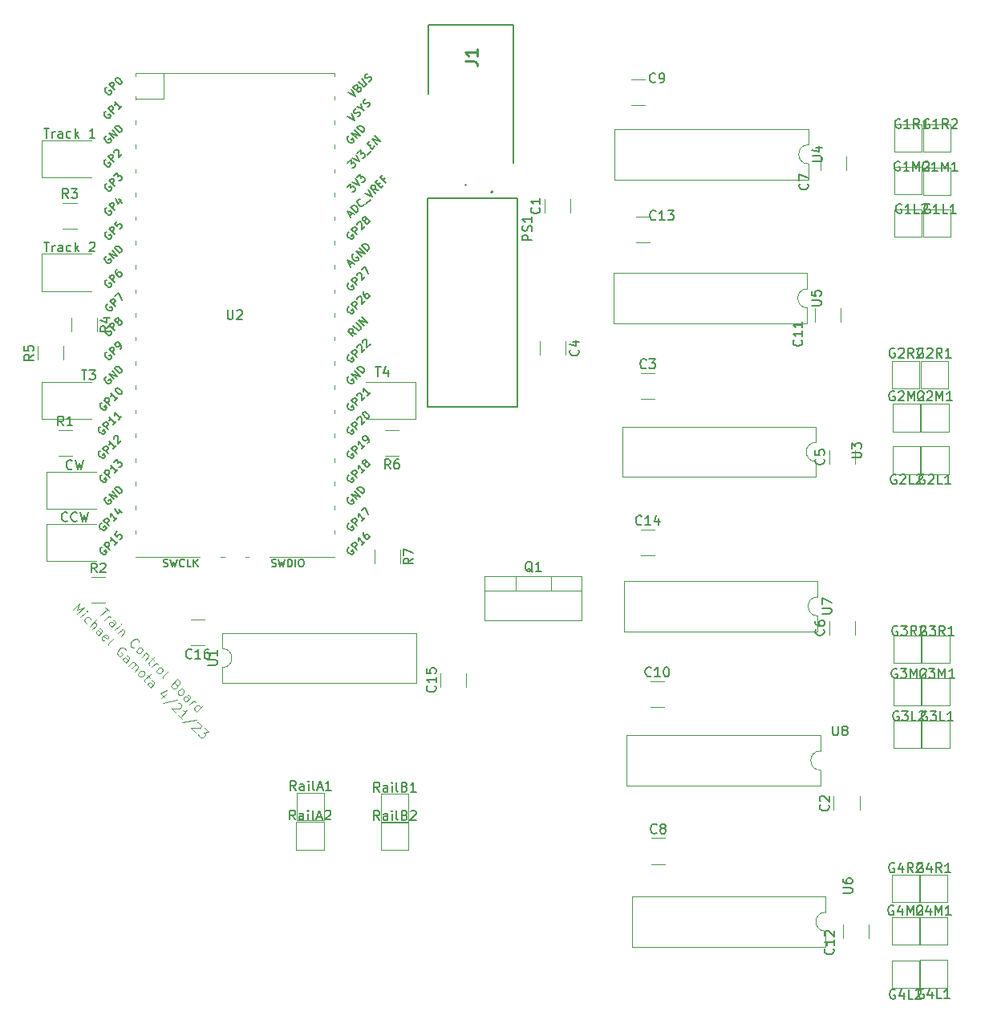
<source format=gbr>
%TF.GenerationSoftware,KiCad,Pcbnew,(6.0.7)*%
%TF.CreationDate,2023-04-21T16:09:57-05:00*%
%TF.ProjectId,RevisedControlBoard,52657669-7365-4644-936f-6e74726f6c42,rev?*%
%TF.SameCoordinates,Original*%
%TF.FileFunction,Legend,Top*%
%TF.FilePolarity,Positive*%
%FSLAX46Y46*%
G04 Gerber Fmt 4.6, Leading zero omitted, Abs format (unit mm)*
G04 Created by KiCad (PCBNEW (6.0.7)) date 2023-04-21 16:09:57*
%MOMM*%
%LPD*%
G01*
G04 APERTURE LIST*
%ADD10C,0.100000*%
%ADD11C,0.150000*%
%ADD12C,0.254000*%
%ADD13C,0.120000*%
%ADD14C,0.127000*%
%ADD15C,0.200000*%
G04 APERTURE END LIST*
D10*
X115737324Y-95824432D02*
X116141385Y-96228493D01*
X115232248Y-96733569D02*
X115939355Y-96026462D01*
X115669981Y-97171302D02*
X116141385Y-96699897D01*
X116006698Y-96834584D02*
X116107713Y-96800913D01*
X116175057Y-96800913D01*
X116276072Y-96834584D01*
X116343416Y-96901928D01*
X116410759Y-97912080D02*
X116781148Y-97541691D01*
X116814820Y-97440676D01*
X116781148Y-97339661D01*
X116646461Y-97204974D01*
X116545446Y-97171302D01*
X116444431Y-97878409D02*
X116343416Y-97844737D01*
X116175057Y-97676378D01*
X116141385Y-97575363D01*
X116175057Y-97474348D01*
X116242400Y-97407004D01*
X116343416Y-97373332D01*
X116444431Y-97407004D01*
X116612790Y-97575363D01*
X116713805Y-97609035D01*
X116747477Y-98248798D02*
X117218881Y-97777393D01*
X117454583Y-97541691D02*
X117387240Y-97541691D01*
X117387240Y-97609035D01*
X117454583Y-97609035D01*
X117454583Y-97541691D01*
X117387240Y-97609035D01*
X117555599Y-98114111D02*
X117084194Y-98585515D01*
X117488255Y-98181454D02*
X117555599Y-98181454D01*
X117656614Y-98215126D01*
X117757629Y-98316141D01*
X117791301Y-98417157D01*
X117757629Y-98518172D01*
X117387240Y-98888561D01*
X118734110Y-100100744D02*
X118666767Y-100100744D01*
X118532080Y-100033401D01*
X118464736Y-99966057D01*
X118397393Y-99831370D01*
X118397393Y-99696683D01*
X118431064Y-99595668D01*
X118532080Y-99427309D01*
X118633095Y-99326294D01*
X118801454Y-99225279D01*
X118902469Y-99191607D01*
X119037156Y-99191607D01*
X119171843Y-99258951D01*
X119239186Y-99326294D01*
X119306530Y-99460981D01*
X119306530Y-99528325D01*
X119070828Y-100572149D02*
X119037156Y-100471134D01*
X119037156Y-100403790D01*
X119070828Y-100302775D01*
X119272858Y-100100744D01*
X119373873Y-100067073D01*
X119441217Y-100067073D01*
X119542232Y-100100744D01*
X119643247Y-100201760D01*
X119676919Y-100302775D01*
X119676919Y-100370118D01*
X119643247Y-100471134D01*
X119441217Y-100673164D01*
X119340202Y-100706836D01*
X119272858Y-100706836D01*
X119171843Y-100673164D01*
X119070828Y-100572149D01*
X120080980Y-100639492D02*
X119609576Y-101110897D01*
X120013637Y-100706836D02*
X120080980Y-100706836D01*
X120181995Y-100740508D01*
X120283011Y-100841523D01*
X120316682Y-100942538D01*
X120283011Y-101043553D01*
X119912621Y-101413943D01*
X120619728Y-101178240D02*
X120889102Y-101447614D01*
X120956446Y-101043553D02*
X120350354Y-101649645D01*
X120316682Y-101750660D01*
X120350354Y-101851675D01*
X120417698Y-101919019D01*
X120653400Y-102154721D02*
X121124804Y-101683317D01*
X120990117Y-101818004D02*
X121091133Y-101784332D01*
X121158476Y-101784332D01*
X121259491Y-101818004D01*
X121326835Y-101885347D01*
X121192148Y-102693469D02*
X121158476Y-102592454D01*
X121158476Y-102525110D01*
X121192148Y-102424095D01*
X121394178Y-102222065D01*
X121495194Y-102188393D01*
X121562537Y-102188393D01*
X121663552Y-102222065D01*
X121764568Y-102323080D01*
X121798239Y-102424095D01*
X121798239Y-102491439D01*
X121764568Y-102592454D01*
X121562537Y-102794484D01*
X121461522Y-102828156D01*
X121394178Y-102828156D01*
X121293163Y-102794484D01*
X121192148Y-102693469D01*
X121831911Y-103333232D02*
X121798239Y-103232217D01*
X121831911Y-103131202D01*
X122438003Y-102525110D01*
X123246125Y-104006667D02*
X123313468Y-104141354D01*
X123313468Y-104208698D01*
X123279796Y-104309713D01*
X123178781Y-104410729D01*
X123077766Y-104444400D01*
X123010422Y-104444400D01*
X122909407Y-104410729D01*
X122640033Y-104141354D01*
X123347140Y-103434248D01*
X123582842Y-103669950D01*
X123616514Y-103770965D01*
X123616514Y-103838309D01*
X123582842Y-103939324D01*
X123515499Y-104006667D01*
X123414484Y-104040339D01*
X123347140Y-104040339D01*
X123246125Y-104006667D01*
X123010422Y-103770965D01*
X123448155Y-104949477D02*
X123414484Y-104848461D01*
X123414484Y-104781118D01*
X123448155Y-104680103D01*
X123650186Y-104478072D01*
X123751201Y-104444400D01*
X123818545Y-104444400D01*
X123919560Y-104478072D01*
X124020575Y-104579087D01*
X124054247Y-104680103D01*
X124054247Y-104747446D01*
X124020575Y-104848461D01*
X123818545Y-105050492D01*
X123717529Y-105084164D01*
X123650186Y-105084164D01*
X123549171Y-105050492D01*
X123448155Y-104949477D01*
X124289949Y-105791270D02*
X124660338Y-105420881D01*
X124694010Y-105319866D01*
X124660338Y-105218851D01*
X124525651Y-105084164D01*
X124424636Y-105050492D01*
X124323621Y-105757599D02*
X124222606Y-105723927D01*
X124054247Y-105555568D01*
X124020575Y-105454553D01*
X124054247Y-105353538D01*
X124121590Y-105286194D01*
X124222606Y-105252522D01*
X124323621Y-105286194D01*
X124491980Y-105454553D01*
X124592995Y-105488225D01*
X124626667Y-106127988D02*
X125098071Y-105656583D01*
X124963384Y-105791270D02*
X125064399Y-105757599D01*
X125131743Y-105757599D01*
X125232758Y-105791270D01*
X125300102Y-105858614D01*
X125367445Y-106868766D02*
X126074552Y-106161660D01*
X125401117Y-106835095D02*
X125300102Y-106801423D01*
X125165415Y-106666736D01*
X125131743Y-106565721D01*
X125131743Y-106498377D01*
X125165415Y-106397362D01*
X125367445Y-106195331D01*
X125468460Y-106161660D01*
X125535804Y-106161660D01*
X125636819Y-106195331D01*
X125771506Y-106330018D01*
X125805178Y-106431034D01*
X112326039Y-96104244D02*
X113033146Y-95397137D01*
X112763772Y-96137916D01*
X113504550Y-95868542D01*
X112797443Y-96575649D01*
X113134161Y-96912366D02*
X113605565Y-96440962D01*
X113841268Y-96205259D02*
X113773924Y-96205259D01*
X113773924Y-96272603D01*
X113841268Y-96272603D01*
X113841268Y-96205259D01*
X113773924Y-96272603D01*
X113807596Y-97518458D02*
X113706581Y-97484786D01*
X113571894Y-97350099D01*
X113538222Y-97249084D01*
X113538222Y-97181740D01*
X113571894Y-97080725D01*
X113773924Y-96878694D01*
X113874940Y-96845023D01*
X113942283Y-96845023D01*
X114043298Y-96878694D01*
X114177985Y-97013382D01*
X114211657Y-97114397D01*
X114076970Y-97855175D02*
X114784077Y-97148069D01*
X114380016Y-98158221D02*
X114750405Y-97787832D01*
X114784077Y-97686817D01*
X114750405Y-97585801D01*
X114649390Y-97484786D01*
X114548375Y-97451114D01*
X114481031Y-97451114D01*
X115019779Y-98797984D02*
X115390168Y-98427595D01*
X115423840Y-98326580D01*
X115390168Y-98225565D01*
X115255481Y-98090878D01*
X115154466Y-98057206D01*
X115053451Y-98764313D02*
X114952436Y-98730641D01*
X114784077Y-98562282D01*
X114750405Y-98461267D01*
X114784077Y-98360252D01*
X114851420Y-98292908D01*
X114952436Y-98259236D01*
X115053451Y-98292908D01*
X115221810Y-98461267D01*
X115322825Y-98494939D01*
X115659542Y-99370404D02*
X115558527Y-99336732D01*
X115423840Y-99202045D01*
X115390168Y-99101030D01*
X115423840Y-99000015D01*
X115693214Y-98730641D01*
X115794229Y-98696969D01*
X115895245Y-98730641D01*
X116029932Y-98865328D01*
X116063603Y-98966343D01*
X116029932Y-99067358D01*
X115962588Y-99134702D01*
X115558527Y-98865328D01*
X116063603Y-99841809D02*
X116029932Y-99740793D01*
X116063603Y-99639778D01*
X116669695Y-99033687D01*
X117915550Y-100346885D02*
X117881878Y-100245870D01*
X117780863Y-100144854D01*
X117646176Y-100077511D01*
X117511489Y-100077511D01*
X117410473Y-100111183D01*
X117242115Y-100212198D01*
X117141099Y-100313213D01*
X117040084Y-100481572D01*
X117006412Y-100582587D01*
X117006412Y-100717274D01*
X117073756Y-100851961D01*
X117141099Y-100919305D01*
X117275786Y-100986648D01*
X117343130Y-100986648D01*
X117578832Y-100750946D01*
X117444145Y-100616259D01*
X117881878Y-101660083D02*
X118252267Y-101289694D01*
X118285939Y-101188679D01*
X118252267Y-101087663D01*
X118117580Y-100952976D01*
X118016565Y-100919305D01*
X117915550Y-101626411D02*
X117814534Y-101592740D01*
X117646176Y-101424381D01*
X117612504Y-101323366D01*
X117646176Y-101222350D01*
X117713519Y-101155007D01*
X117814534Y-101121335D01*
X117915550Y-101155007D01*
X118083908Y-101323366D01*
X118184924Y-101357037D01*
X118218595Y-101996801D02*
X118690000Y-101525396D01*
X118622656Y-101592740D02*
X118690000Y-101592740D01*
X118791015Y-101626411D01*
X118892030Y-101727427D01*
X118925702Y-101828442D01*
X118892030Y-101929457D01*
X118521641Y-102299846D01*
X118892030Y-101929457D02*
X118993046Y-101895785D01*
X119094061Y-101929457D01*
X119195076Y-102030472D01*
X119228748Y-102131488D01*
X119195076Y-102232503D01*
X118824687Y-102602892D01*
X119262420Y-103040625D02*
X119228748Y-102939610D01*
X119228748Y-102872266D01*
X119262420Y-102771251D01*
X119464450Y-102569221D01*
X119565466Y-102535549D01*
X119632809Y-102535549D01*
X119733824Y-102569221D01*
X119834840Y-102670236D01*
X119868511Y-102771251D01*
X119868511Y-102838595D01*
X119834840Y-102939610D01*
X119632809Y-103141640D01*
X119531794Y-103175312D01*
X119464450Y-103175312D01*
X119363435Y-103141640D01*
X119262420Y-103040625D01*
X120171557Y-103006953D02*
X120440931Y-103276327D01*
X120508275Y-102872266D02*
X119902183Y-103478358D01*
X119868511Y-103579373D01*
X119902183Y-103680388D01*
X119969527Y-103747732D01*
X120508275Y-104286480D02*
X120878664Y-103916091D01*
X120912336Y-103815075D01*
X120878664Y-103714060D01*
X120743977Y-103579373D01*
X120642962Y-103545701D01*
X120541946Y-104252808D02*
X120440931Y-104219136D01*
X120272572Y-104050778D01*
X120238901Y-103949762D01*
X120272572Y-103848747D01*
X120339916Y-103781404D01*
X120440931Y-103747732D01*
X120541946Y-103781404D01*
X120710305Y-103949762D01*
X120811320Y-103983434D01*
X122158190Y-104993587D02*
X121686786Y-105464991D01*
X122259206Y-104555854D02*
X121585771Y-104892571D01*
X122023503Y-105330304D01*
X123303030Y-105599678D02*
X121787801Y-105902724D01*
X123404045Y-105902724D02*
X123471389Y-105902724D01*
X123572404Y-105936396D01*
X123740763Y-106104754D01*
X123774434Y-106205770D01*
X123774434Y-106273113D01*
X123740763Y-106374128D01*
X123673419Y-106441472D01*
X123538732Y-106508815D01*
X122730610Y-106508815D01*
X123168343Y-106946548D01*
X123841778Y-107619983D02*
X123437717Y-107215922D01*
X123639747Y-107417953D02*
X124346854Y-106710846D01*
X124178495Y-106744518D01*
X124043808Y-106744518D01*
X123942793Y-106710846D01*
X125390679Y-107687327D02*
X123875450Y-107990372D01*
X125491694Y-107990372D02*
X125559037Y-107990372D01*
X125660053Y-108024044D01*
X125828411Y-108192403D01*
X125862083Y-108293418D01*
X125862083Y-108360762D01*
X125828411Y-108461777D01*
X125761068Y-108529121D01*
X125626381Y-108596464D01*
X124818259Y-108596464D01*
X125255992Y-109034197D01*
X126198801Y-108562792D02*
X126636533Y-109000525D01*
X126131457Y-109034197D01*
X126232472Y-109135212D01*
X126266144Y-109236227D01*
X126266144Y-109303571D01*
X126232472Y-109404586D01*
X126064114Y-109572945D01*
X125963098Y-109606617D01*
X125895755Y-109606617D01*
X125794740Y-109572945D01*
X125592709Y-109370914D01*
X125559037Y-109269899D01*
X125559037Y-109202556D01*
D11*
%TO.C,U6*%
X193597380Y-125991904D02*
X194406904Y-125991904D01*
X194502142Y-125944285D01*
X194549761Y-125896666D01*
X194597380Y-125801428D01*
X194597380Y-125610952D01*
X194549761Y-125515714D01*
X194502142Y-125468095D01*
X194406904Y-125420476D01*
X193597380Y-125420476D01*
X193597380Y-124515714D02*
X193597380Y-124706190D01*
X193645000Y-124801428D01*
X193692619Y-124849047D01*
X193835476Y-124944285D01*
X194025952Y-124991904D01*
X194406904Y-124991904D01*
X194502142Y-124944285D01*
X194549761Y-124896666D01*
X194597380Y-124801428D01*
X194597380Y-124610952D01*
X194549761Y-124515714D01*
X194502142Y-124468095D01*
X194406904Y-124420476D01*
X194168809Y-124420476D01*
X194073571Y-124468095D01*
X194025952Y-124515714D01*
X193978333Y-124610952D01*
X193978333Y-124801428D01*
X194025952Y-124896666D01*
X194073571Y-124944285D01*
X194168809Y-124991904D01*
%TO.C,C12*%
X192557142Y-131842857D02*
X192604761Y-131890476D01*
X192652380Y-132033333D01*
X192652380Y-132128571D01*
X192604761Y-132271428D01*
X192509523Y-132366666D01*
X192414285Y-132414285D01*
X192223809Y-132461904D01*
X192080952Y-132461904D01*
X191890476Y-132414285D01*
X191795238Y-132366666D01*
X191700000Y-132271428D01*
X191652380Y-132128571D01*
X191652380Y-132033333D01*
X191700000Y-131890476D01*
X191747619Y-131842857D01*
X192652380Y-130890476D02*
X192652380Y-131461904D01*
X192652380Y-131176190D02*
X191652380Y-131176190D01*
X191795238Y-131271428D01*
X191890476Y-131366666D01*
X191938095Y-131461904D01*
X191747619Y-130509523D02*
X191700000Y-130461904D01*
X191652380Y-130366666D01*
X191652380Y-130128571D01*
X191700000Y-130033333D01*
X191747619Y-129985714D01*
X191842857Y-129938095D01*
X191938095Y-129938095D01*
X192080952Y-129985714D01*
X192652380Y-130557142D01*
X192652380Y-129938095D01*
%TO.C,U5*%
X190287380Y-64001904D02*
X191096904Y-64001904D01*
X191192142Y-63954285D01*
X191239761Y-63906666D01*
X191287380Y-63811428D01*
X191287380Y-63620952D01*
X191239761Y-63525714D01*
X191192142Y-63478095D01*
X191096904Y-63430476D01*
X190287380Y-63430476D01*
X190287380Y-62478095D02*
X190287380Y-62954285D01*
X190763571Y-63001904D01*
X190715952Y-62954285D01*
X190668333Y-62859047D01*
X190668333Y-62620952D01*
X190715952Y-62525714D01*
X190763571Y-62478095D01*
X190858809Y-62430476D01*
X191096904Y-62430476D01*
X191192142Y-62478095D01*
X191239761Y-62525714D01*
X191287380Y-62620952D01*
X191287380Y-62859047D01*
X191239761Y-62954285D01*
X191192142Y-63001904D01*
%TO.C,RailB1*%
X144685953Y-115291879D02*
X144352620Y-114815689D01*
X144114524Y-115291879D02*
X144114524Y-114291879D01*
X144495477Y-114291879D01*
X144590715Y-114339499D01*
X144638334Y-114387118D01*
X144685953Y-114482356D01*
X144685953Y-114625213D01*
X144638334Y-114720451D01*
X144590715Y-114768070D01*
X144495477Y-114815689D01*
X144114524Y-114815689D01*
X145543096Y-115291879D02*
X145543096Y-114768070D01*
X145495477Y-114672832D01*
X145400239Y-114625213D01*
X145209762Y-114625213D01*
X145114524Y-114672832D01*
X145543096Y-115244260D02*
X145447858Y-115291879D01*
X145209762Y-115291879D01*
X145114524Y-115244260D01*
X145066905Y-115149022D01*
X145066905Y-115053784D01*
X145114524Y-114958546D01*
X145209762Y-114910927D01*
X145447858Y-114910927D01*
X145543096Y-114863308D01*
X146019286Y-115291879D02*
X146019286Y-114625213D01*
X146019286Y-114291879D02*
X145971667Y-114339499D01*
X146019286Y-114387118D01*
X146066905Y-114339499D01*
X146019286Y-114291879D01*
X146019286Y-114387118D01*
X146638334Y-115291879D02*
X146543096Y-115244260D01*
X146495477Y-115149022D01*
X146495477Y-114291879D01*
X147352620Y-114768070D02*
X147495477Y-114815689D01*
X147543096Y-114863308D01*
X147590715Y-114958546D01*
X147590715Y-115101403D01*
X147543096Y-115196641D01*
X147495477Y-115244260D01*
X147400239Y-115291879D01*
X147019286Y-115291879D01*
X147019286Y-114291879D01*
X147352620Y-114291879D01*
X147447858Y-114339499D01*
X147495477Y-114387118D01*
X147543096Y-114482356D01*
X147543096Y-114577594D01*
X147495477Y-114672832D01*
X147447858Y-114720451D01*
X147352620Y-114768070D01*
X147019286Y-114768070D01*
X148543096Y-115291879D02*
X147971667Y-115291879D01*
X148257381Y-115291879D02*
X148257381Y-114291879D01*
X148162143Y-114434737D01*
X148066905Y-114529975D01*
X147971667Y-114577594D01*
%TO.C,C2*%
X192057142Y-116666666D02*
X192104761Y-116714285D01*
X192152380Y-116857142D01*
X192152380Y-116952380D01*
X192104761Y-117095238D01*
X192009523Y-117190476D01*
X191914285Y-117238095D01*
X191723809Y-117285714D01*
X191580952Y-117285714D01*
X191390476Y-117238095D01*
X191295238Y-117190476D01*
X191200000Y-117095238D01*
X191152380Y-116952380D01*
X191152380Y-116857142D01*
X191200000Y-116714285D01*
X191247619Y-116666666D01*
X191247619Y-116285714D02*
X191200000Y-116238095D01*
X191152380Y-116142857D01*
X191152380Y-115904761D01*
X191200000Y-115809523D01*
X191247619Y-115761904D01*
X191342857Y-115714285D01*
X191438095Y-115714285D01*
X191580952Y-115761904D01*
X192152380Y-116333333D01*
X192152380Y-115714285D01*
%TO.C,G4L1*%
X202104761Y-136148000D02*
X202009523Y-136100380D01*
X201866666Y-136100380D01*
X201723809Y-136148000D01*
X201628571Y-136243238D01*
X201580952Y-136338476D01*
X201533333Y-136528952D01*
X201533333Y-136671809D01*
X201580952Y-136862285D01*
X201628571Y-136957523D01*
X201723809Y-137052761D01*
X201866666Y-137100380D01*
X201961904Y-137100380D01*
X202104761Y-137052761D01*
X202152380Y-137005142D01*
X202152380Y-136671809D01*
X201961904Y-136671809D01*
X203009523Y-136433714D02*
X203009523Y-137100380D01*
X202771428Y-136052761D02*
X202533333Y-136767047D01*
X203152380Y-136767047D01*
X204009523Y-137100380D02*
X203533333Y-137100380D01*
X203533333Y-136100380D01*
X204866666Y-137100380D02*
X204295238Y-137100380D01*
X204580952Y-137100380D02*
X204580952Y-136100380D01*
X204485714Y-136243238D01*
X204390476Y-136338476D01*
X204295238Y-136386095D01*
%TO.C,G2L2*%
X199204761Y-81877999D02*
X199109523Y-81830379D01*
X198966666Y-81830379D01*
X198823809Y-81877999D01*
X198728571Y-81973237D01*
X198680952Y-82068475D01*
X198633333Y-82258951D01*
X198633333Y-82401808D01*
X198680952Y-82592284D01*
X198728571Y-82687522D01*
X198823809Y-82782760D01*
X198966666Y-82830379D01*
X199061904Y-82830379D01*
X199204761Y-82782760D01*
X199252380Y-82735141D01*
X199252380Y-82401808D01*
X199061904Y-82401808D01*
X199633333Y-81925618D02*
X199680952Y-81877999D01*
X199776190Y-81830379D01*
X200014285Y-81830379D01*
X200109523Y-81877999D01*
X200157142Y-81925618D01*
X200204761Y-82020856D01*
X200204761Y-82116094D01*
X200157142Y-82258951D01*
X199585714Y-82830379D01*
X200204761Y-82830379D01*
X201109523Y-82830379D02*
X200633333Y-82830379D01*
X200633333Y-81830379D01*
X201395238Y-81925618D02*
X201442857Y-81877999D01*
X201538095Y-81830379D01*
X201776190Y-81830379D01*
X201871428Y-81877999D01*
X201919047Y-81925618D01*
X201966666Y-82020856D01*
X201966666Y-82116094D01*
X201919047Y-82258951D01*
X201347619Y-82830379D01*
X201966666Y-82830379D01*
%TO.C,G1L1*%
X202755875Y-53337487D02*
X202660637Y-53289867D01*
X202517780Y-53289867D01*
X202374923Y-53337487D01*
X202279685Y-53432725D01*
X202232066Y-53527963D01*
X202184447Y-53718439D01*
X202184447Y-53861296D01*
X202232066Y-54051772D01*
X202279685Y-54147010D01*
X202374923Y-54242248D01*
X202517780Y-54289867D01*
X202613018Y-54289867D01*
X202755875Y-54242248D01*
X202803494Y-54194629D01*
X202803494Y-53861296D01*
X202613018Y-53861296D01*
X203755875Y-54289867D02*
X203184447Y-54289867D01*
X203470161Y-54289867D02*
X203470161Y-53289867D01*
X203374923Y-53432725D01*
X203279685Y-53527963D01*
X203184447Y-53575582D01*
X204660637Y-54289867D02*
X204184447Y-54289867D01*
X204184447Y-53289867D01*
X205517780Y-54289867D02*
X204946352Y-54289867D01*
X205232066Y-54289867D02*
X205232066Y-53289867D01*
X205136828Y-53432725D01*
X205041590Y-53527963D01*
X204946352Y-53575582D01*
%TO.C,C10*%
X173357142Y-103057142D02*
X173309523Y-103104761D01*
X173166666Y-103152380D01*
X173071428Y-103152380D01*
X172928571Y-103104761D01*
X172833333Y-103009523D01*
X172785714Y-102914285D01*
X172738095Y-102723809D01*
X172738095Y-102580952D01*
X172785714Y-102390476D01*
X172833333Y-102295238D01*
X172928571Y-102200000D01*
X173071428Y-102152380D01*
X173166666Y-102152380D01*
X173309523Y-102200000D01*
X173357142Y-102247619D01*
X174309523Y-103152380D02*
X173738095Y-103152380D01*
X174023809Y-103152380D02*
X174023809Y-102152380D01*
X173928571Y-102295238D01*
X173833333Y-102390476D01*
X173738095Y-102438095D01*
X174928571Y-102152380D02*
X175023809Y-102152380D01*
X175119047Y-102200000D01*
X175166666Y-102247619D01*
X175214285Y-102342857D01*
X175261904Y-102533333D01*
X175261904Y-102771428D01*
X175214285Y-102961904D01*
X175166666Y-103057142D01*
X175119047Y-103104761D01*
X175023809Y-103152380D01*
X174928571Y-103152380D01*
X174833333Y-103104761D01*
X174785714Y-103057142D01*
X174738095Y-102961904D01*
X174690476Y-102771428D01*
X174690476Y-102533333D01*
X174738095Y-102342857D01*
X174785714Y-102247619D01*
X174833333Y-102200000D01*
X174928571Y-102152380D01*
%TO.C,G1M2*%
X199589209Y-48837487D02*
X199493971Y-48789867D01*
X199351114Y-48789867D01*
X199208256Y-48837487D01*
X199113018Y-48932725D01*
X199065399Y-49027963D01*
X199017780Y-49218439D01*
X199017780Y-49361296D01*
X199065399Y-49551772D01*
X199113018Y-49647010D01*
X199208256Y-49742248D01*
X199351114Y-49789867D01*
X199446352Y-49789867D01*
X199589209Y-49742248D01*
X199636828Y-49694629D01*
X199636828Y-49361296D01*
X199446352Y-49361296D01*
X200589209Y-49789867D02*
X200017780Y-49789867D01*
X200303494Y-49789867D02*
X200303494Y-48789867D01*
X200208256Y-48932725D01*
X200113018Y-49027963D01*
X200017780Y-49075582D01*
X201017780Y-49789867D02*
X201017780Y-48789867D01*
X201351114Y-49504153D01*
X201684447Y-48789867D01*
X201684447Y-49789867D01*
X202113018Y-48885106D02*
X202160637Y-48837487D01*
X202255875Y-48789867D01*
X202493971Y-48789867D01*
X202589209Y-48837487D01*
X202636828Y-48885106D01*
X202684447Y-48980344D01*
X202684447Y-49075582D01*
X202636828Y-49218439D01*
X202065399Y-49789867D01*
X202684447Y-49789867D01*
%TO.C,R1*%
X111333333Y-76672380D02*
X111000000Y-76196190D01*
X110761904Y-76672380D02*
X110761904Y-75672380D01*
X111142857Y-75672380D01*
X111238095Y-75720000D01*
X111285714Y-75767619D01*
X111333333Y-75862857D01*
X111333333Y-76005714D01*
X111285714Y-76100952D01*
X111238095Y-76148571D01*
X111142857Y-76196190D01*
X110761904Y-76196190D01*
X112285714Y-76672380D02*
X111714285Y-76672380D01*
X112000000Y-76672380D02*
X112000000Y-75672380D01*
X111904761Y-75815238D01*
X111809523Y-75910476D01*
X111714285Y-75958095D01*
%TO.C,G4R2*%
X199009523Y-122852000D02*
X198914285Y-122804380D01*
X198771428Y-122804380D01*
X198628571Y-122852000D01*
X198533333Y-122947238D01*
X198485714Y-123042476D01*
X198438095Y-123232952D01*
X198438095Y-123375809D01*
X198485714Y-123566285D01*
X198533333Y-123661523D01*
X198628571Y-123756761D01*
X198771428Y-123804380D01*
X198866666Y-123804380D01*
X199009523Y-123756761D01*
X199057142Y-123709142D01*
X199057142Y-123375809D01*
X198866666Y-123375809D01*
X199914285Y-123137714D02*
X199914285Y-123804380D01*
X199676190Y-122756761D02*
X199438095Y-123471047D01*
X200057142Y-123471047D01*
X201009523Y-123804380D02*
X200676190Y-123328190D01*
X200438095Y-123804380D02*
X200438095Y-122804380D01*
X200819047Y-122804380D01*
X200914285Y-122852000D01*
X200961904Y-122899619D01*
X201009523Y-122994857D01*
X201009523Y-123137714D01*
X200961904Y-123232952D01*
X200914285Y-123280571D01*
X200819047Y-123328190D01*
X200438095Y-123328190D01*
X201390476Y-122899619D02*
X201438095Y-122852000D01*
X201533333Y-122804380D01*
X201771428Y-122804380D01*
X201866666Y-122852000D01*
X201914285Y-122899619D01*
X201961904Y-122994857D01*
X201961904Y-123090095D01*
X201914285Y-123232952D01*
X201342857Y-123804380D01*
X201961904Y-123804380D01*
%TO.C,PS1*%
X160787380Y-57101785D02*
X159787380Y-57101785D01*
X159787380Y-56720833D01*
X159835000Y-56625595D01*
X159882619Y-56577976D01*
X159977857Y-56530357D01*
X160120714Y-56530357D01*
X160215952Y-56577976D01*
X160263571Y-56625595D01*
X160311190Y-56720833D01*
X160311190Y-57101785D01*
X160739761Y-56149404D02*
X160787380Y-56006547D01*
X160787380Y-55768452D01*
X160739761Y-55673214D01*
X160692142Y-55625595D01*
X160596904Y-55577976D01*
X160501666Y-55577976D01*
X160406428Y-55625595D01*
X160358809Y-55673214D01*
X160311190Y-55768452D01*
X160263571Y-55958928D01*
X160215952Y-56054166D01*
X160168333Y-56101785D01*
X160073095Y-56149404D01*
X159977857Y-56149404D01*
X159882619Y-56101785D01*
X159835000Y-56054166D01*
X159787380Y-55958928D01*
X159787380Y-55720833D01*
X159835000Y-55577976D01*
X160787380Y-54625595D02*
X160787380Y-55197023D01*
X160787380Y-54911309D02*
X159787380Y-54911309D01*
X159930238Y-55006547D01*
X160025476Y-55101785D01*
X160073095Y-55197023D01*
%TO.C,CCW*%
X111738095Y-86707142D02*
X111690476Y-86754761D01*
X111547619Y-86802380D01*
X111452380Y-86802380D01*
X111309523Y-86754761D01*
X111214285Y-86659523D01*
X111166666Y-86564285D01*
X111119047Y-86373809D01*
X111119047Y-86230952D01*
X111166666Y-86040476D01*
X111214285Y-85945238D01*
X111309523Y-85850000D01*
X111452380Y-85802380D01*
X111547619Y-85802380D01*
X111690476Y-85850000D01*
X111738095Y-85897619D01*
X112738095Y-86707142D02*
X112690476Y-86754761D01*
X112547619Y-86802380D01*
X112452380Y-86802380D01*
X112309523Y-86754761D01*
X112214285Y-86659523D01*
X112166666Y-86564285D01*
X112119047Y-86373809D01*
X112119047Y-86230952D01*
X112166666Y-86040476D01*
X112214285Y-85945238D01*
X112309523Y-85850000D01*
X112452380Y-85802380D01*
X112547619Y-85802380D01*
X112690476Y-85850000D01*
X112738095Y-85897619D01*
X113071428Y-85802380D02*
X113309523Y-86802380D01*
X113500000Y-86088095D01*
X113690476Y-86802380D01*
X113928571Y-85802380D01*
%TO.C,U4*%
X190387380Y-48801904D02*
X191196904Y-48801904D01*
X191292142Y-48754285D01*
X191339761Y-48706666D01*
X191387380Y-48611428D01*
X191387380Y-48420952D01*
X191339761Y-48325714D01*
X191292142Y-48278095D01*
X191196904Y-48230476D01*
X190387380Y-48230476D01*
X190720714Y-47325714D02*
X191387380Y-47325714D01*
X190339761Y-47563809D02*
X191054047Y-47801904D01*
X191054047Y-47182857D01*
%TO.C,U7*%
X191387380Y-96501904D02*
X192196904Y-96501904D01*
X192292142Y-96454285D01*
X192339761Y-96406666D01*
X192387380Y-96311428D01*
X192387380Y-96120952D01*
X192339761Y-96025714D01*
X192292142Y-95978095D01*
X192196904Y-95930476D01*
X191387380Y-95930476D01*
X191387380Y-95549523D02*
X191387380Y-94882857D01*
X192387380Y-95311428D01*
%TO.C,RailB2*%
X144685953Y-118291879D02*
X144352620Y-117815689D01*
X144114524Y-118291879D02*
X144114524Y-117291879D01*
X144495477Y-117291879D01*
X144590715Y-117339499D01*
X144638334Y-117387118D01*
X144685953Y-117482356D01*
X144685953Y-117625213D01*
X144638334Y-117720451D01*
X144590715Y-117768070D01*
X144495477Y-117815689D01*
X144114524Y-117815689D01*
X145543096Y-118291879D02*
X145543096Y-117768070D01*
X145495477Y-117672832D01*
X145400239Y-117625213D01*
X145209762Y-117625213D01*
X145114524Y-117672832D01*
X145543096Y-118244260D02*
X145447858Y-118291879D01*
X145209762Y-118291879D01*
X145114524Y-118244260D01*
X145066905Y-118149022D01*
X145066905Y-118053784D01*
X145114524Y-117958546D01*
X145209762Y-117910927D01*
X145447858Y-117910927D01*
X145543096Y-117863308D01*
X146019286Y-118291879D02*
X146019286Y-117625213D01*
X146019286Y-117291879D02*
X145971667Y-117339499D01*
X146019286Y-117387118D01*
X146066905Y-117339499D01*
X146019286Y-117291879D01*
X146019286Y-117387118D01*
X146638334Y-118291879D02*
X146543096Y-118244260D01*
X146495477Y-118149022D01*
X146495477Y-117291879D01*
X147352620Y-117768070D02*
X147495477Y-117815689D01*
X147543096Y-117863308D01*
X147590715Y-117958546D01*
X147590715Y-118101403D01*
X147543096Y-118196641D01*
X147495477Y-118244260D01*
X147400239Y-118291879D01*
X147019286Y-118291879D01*
X147019286Y-117291879D01*
X147352620Y-117291879D01*
X147447858Y-117339499D01*
X147495477Y-117387118D01*
X147543096Y-117482356D01*
X147543096Y-117577594D01*
X147495477Y-117672832D01*
X147447858Y-117720451D01*
X147352620Y-117768070D01*
X147019286Y-117768070D01*
X147971667Y-117387118D02*
X148019286Y-117339499D01*
X148114524Y-117291879D01*
X148352620Y-117291879D01*
X148447858Y-117339499D01*
X148495477Y-117387118D01*
X148543096Y-117482356D01*
X148543096Y-117577594D01*
X148495477Y-117720451D01*
X147924048Y-118291879D01*
X148543096Y-118291879D01*
%TO.C,C13*%
X173847142Y-54877142D02*
X173799523Y-54924761D01*
X173656666Y-54972380D01*
X173561428Y-54972380D01*
X173418571Y-54924761D01*
X173323333Y-54829523D01*
X173275714Y-54734285D01*
X173228095Y-54543809D01*
X173228095Y-54400952D01*
X173275714Y-54210476D01*
X173323333Y-54115238D01*
X173418571Y-54020000D01*
X173561428Y-53972380D01*
X173656666Y-53972380D01*
X173799523Y-54020000D01*
X173847142Y-54067619D01*
X174799523Y-54972380D02*
X174228095Y-54972380D01*
X174513809Y-54972380D02*
X174513809Y-53972380D01*
X174418571Y-54115238D01*
X174323333Y-54210476D01*
X174228095Y-54258095D01*
X175132857Y-53972380D02*
X175751904Y-53972380D01*
X175418571Y-54353333D01*
X175561428Y-54353333D01*
X175656666Y-54400952D01*
X175704285Y-54448571D01*
X175751904Y-54543809D01*
X175751904Y-54781904D01*
X175704285Y-54877142D01*
X175656666Y-54924761D01*
X175561428Y-54972380D01*
X175275714Y-54972380D01*
X175180476Y-54924761D01*
X175132857Y-54877142D01*
%TO.C,G4R1*%
X202009523Y-122852000D02*
X201914285Y-122804380D01*
X201771428Y-122804380D01*
X201628571Y-122852000D01*
X201533333Y-122947238D01*
X201485714Y-123042476D01*
X201438095Y-123232952D01*
X201438095Y-123375809D01*
X201485714Y-123566285D01*
X201533333Y-123661523D01*
X201628571Y-123756761D01*
X201771428Y-123804380D01*
X201866666Y-123804380D01*
X202009523Y-123756761D01*
X202057142Y-123709142D01*
X202057142Y-123375809D01*
X201866666Y-123375809D01*
X202914285Y-123137714D02*
X202914285Y-123804380D01*
X202676190Y-122756761D02*
X202438095Y-123471047D01*
X203057142Y-123471047D01*
X204009523Y-123804380D02*
X203676190Y-123328190D01*
X203438095Y-123804380D02*
X203438095Y-122804380D01*
X203819047Y-122804380D01*
X203914285Y-122852000D01*
X203961904Y-122899619D01*
X204009523Y-122994857D01*
X204009523Y-123137714D01*
X203961904Y-123232952D01*
X203914285Y-123280571D01*
X203819047Y-123328190D01*
X203438095Y-123328190D01*
X204961904Y-123804380D02*
X204390476Y-123804380D01*
X204676190Y-123804380D02*
X204676190Y-122804380D01*
X204580952Y-122947238D01*
X204485714Y-123042476D01*
X204390476Y-123090095D01*
%TO.C,RailA2*%
X135807381Y-118241879D02*
X135474048Y-117765689D01*
X135235953Y-118241879D02*
X135235953Y-117241879D01*
X135616905Y-117241879D01*
X135712143Y-117289499D01*
X135759762Y-117337118D01*
X135807381Y-117432356D01*
X135807381Y-117575213D01*
X135759762Y-117670451D01*
X135712143Y-117718070D01*
X135616905Y-117765689D01*
X135235953Y-117765689D01*
X136664524Y-118241879D02*
X136664524Y-117718070D01*
X136616905Y-117622832D01*
X136521667Y-117575213D01*
X136331191Y-117575213D01*
X136235953Y-117622832D01*
X136664524Y-118194260D02*
X136569286Y-118241879D01*
X136331191Y-118241879D01*
X136235953Y-118194260D01*
X136188334Y-118099022D01*
X136188334Y-118003784D01*
X136235953Y-117908546D01*
X136331191Y-117860927D01*
X136569286Y-117860927D01*
X136664524Y-117813308D01*
X137140715Y-118241879D02*
X137140715Y-117575213D01*
X137140715Y-117241879D02*
X137093096Y-117289499D01*
X137140715Y-117337118D01*
X137188334Y-117289499D01*
X137140715Y-117241879D01*
X137140715Y-117337118D01*
X137759762Y-118241879D02*
X137664524Y-118194260D01*
X137616905Y-118099022D01*
X137616905Y-117241879D01*
X138093096Y-117956165D02*
X138569286Y-117956165D01*
X137997858Y-118241879D02*
X138331191Y-117241879D01*
X138664524Y-118241879D01*
X138950239Y-117337118D02*
X138997858Y-117289499D01*
X139093096Y-117241879D01*
X139331191Y-117241879D01*
X139426429Y-117289499D01*
X139474048Y-117337118D01*
X139521667Y-117432356D01*
X139521667Y-117527594D01*
X139474048Y-117670451D01*
X138902620Y-118241879D01*
X139521667Y-118241879D01*
D12*
%TO.C,J1*%
X153713523Y-38208833D02*
X154620666Y-38208833D01*
X154802095Y-38269309D01*
X154923047Y-38390261D01*
X154983523Y-38571690D01*
X154983523Y-38692642D01*
X154983523Y-36938833D02*
X154983523Y-37664547D01*
X154983523Y-37301690D02*
X153713523Y-37301690D01*
X153894952Y-37422642D01*
X154015904Y-37543595D01*
X154076380Y-37664547D01*
D11*
%TO.C,R2*%
X114833333Y-92172380D02*
X114500000Y-91696190D01*
X114261904Y-92172380D02*
X114261904Y-91172380D01*
X114642857Y-91172380D01*
X114738095Y-91220000D01*
X114785714Y-91267619D01*
X114833333Y-91362857D01*
X114833333Y-91505714D01*
X114785714Y-91600952D01*
X114738095Y-91648571D01*
X114642857Y-91696190D01*
X114261904Y-91696190D01*
X115214285Y-91267619D02*
X115261904Y-91220000D01*
X115357142Y-91172380D01*
X115595238Y-91172380D01*
X115690476Y-91220000D01*
X115738095Y-91267619D01*
X115785714Y-91362857D01*
X115785714Y-91458095D01*
X115738095Y-91600952D01*
X115166666Y-92172380D01*
X115785714Y-92172380D01*
%TO.C,R7*%
X148232380Y-90666666D02*
X147756190Y-91000000D01*
X148232380Y-91238095D02*
X147232380Y-91238095D01*
X147232380Y-90857142D01*
X147280000Y-90761904D01*
X147327619Y-90714285D01*
X147422857Y-90666666D01*
X147565714Y-90666666D01*
X147660952Y-90714285D01*
X147708571Y-90761904D01*
X147756190Y-90857142D01*
X147756190Y-91238095D01*
X147232380Y-90333333D02*
X147232380Y-89666666D01*
X148232380Y-90095238D01*
%TO.C,Q1*%
X160834761Y-92112619D02*
X160739523Y-92065000D01*
X160644285Y-91969761D01*
X160501428Y-91826904D01*
X160406190Y-91779285D01*
X160310952Y-91779285D01*
X160358571Y-92017380D02*
X160263333Y-91969761D01*
X160168095Y-91874523D01*
X160120476Y-91684047D01*
X160120476Y-91350714D01*
X160168095Y-91160238D01*
X160263333Y-91065000D01*
X160358571Y-91017380D01*
X160549047Y-91017380D01*
X160644285Y-91065000D01*
X160739523Y-91160238D01*
X160787142Y-91350714D01*
X160787142Y-91684047D01*
X160739523Y-91874523D01*
X160644285Y-91969761D01*
X160549047Y-92017380D01*
X160358571Y-92017380D01*
X161739523Y-92017380D02*
X161168095Y-92017380D01*
X161453809Y-92017380D02*
X161453809Y-91017380D01*
X161358571Y-91160238D01*
X161263333Y-91255476D01*
X161168095Y-91303095D01*
%TO.C,G2M2*%
X199038095Y-73081999D02*
X198942857Y-73034379D01*
X198800000Y-73034379D01*
X198657142Y-73081999D01*
X198561904Y-73177237D01*
X198514285Y-73272475D01*
X198466666Y-73462951D01*
X198466666Y-73605808D01*
X198514285Y-73796284D01*
X198561904Y-73891522D01*
X198657142Y-73986760D01*
X198800000Y-74034379D01*
X198895238Y-74034379D01*
X199038095Y-73986760D01*
X199085714Y-73939141D01*
X199085714Y-73605808D01*
X198895238Y-73605808D01*
X199466666Y-73129618D02*
X199514285Y-73081999D01*
X199609523Y-73034379D01*
X199847619Y-73034379D01*
X199942857Y-73081999D01*
X199990476Y-73129618D01*
X200038095Y-73224856D01*
X200038095Y-73320094D01*
X199990476Y-73462951D01*
X199419047Y-74034379D01*
X200038095Y-74034379D01*
X200466666Y-74034379D02*
X200466666Y-73034379D01*
X200800000Y-73748665D01*
X201133333Y-73034379D01*
X201133333Y-74034379D01*
X201561904Y-73129618D02*
X201609523Y-73081999D01*
X201704761Y-73034379D01*
X201942857Y-73034379D01*
X202038095Y-73081999D01*
X202085714Y-73129618D01*
X202133333Y-73224856D01*
X202133333Y-73320094D01*
X202085714Y-73462951D01*
X201514285Y-74034379D01*
X202133333Y-74034379D01*
%TO.C,C4*%
X165657142Y-68666666D02*
X165704761Y-68714285D01*
X165752380Y-68857142D01*
X165752380Y-68952380D01*
X165704761Y-69095238D01*
X165609523Y-69190476D01*
X165514285Y-69238095D01*
X165323809Y-69285714D01*
X165180952Y-69285714D01*
X164990476Y-69238095D01*
X164895238Y-69190476D01*
X164800000Y-69095238D01*
X164752380Y-68952380D01*
X164752380Y-68857142D01*
X164800000Y-68714285D01*
X164847619Y-68666666D01*
X165085714Y-67809523D02*
X165752380Y-67809523D01*
X164704761Y-68047619D02*
X165419047Y-68285714D01*
X165419047Y-67666666D01*
%TO.C,G3L2*%
X199455876Y-106837487D02*
X199360638Y-106789867D01*
X199217781Y-106789867D01*
X199074924Y-106837487D01*
X198979686Y-106932725D01*
X198932067Y-107027963D01*
X198884448Y-107218439D01*
X198884448Y-107361296D01*
X198932067Y-107551772D01*
X198979686Y-107647010D01*
X199074924Y-107742248D01*
X199217781Y-107789867D01*
X199313019Y-107789867D01*
X199455876Y-107742248D01*
X199503495Y-107694629D01*
X199503495Y-107361296D01*
X199313019Y-107361296D01*
X199836829Y-106789867D02*
X200455876Y-106789867D01*
X200122543Y-107170820D01*
X200265400Y-107170820D01*
X200360638Y-107218439D01*
X200408257Y-107266058D01*
X200455876Y-107361296D01*
X200455876Y-107599391D01*
X200408257Y-107694629D01*
X200360638Y-107742248D01*
X200265400Y-107789867D01*
X199979686Y-107789867D01*
X199884448Y-107742248D01*
X199836829Y-107694629D01*
X201360638Y-107789867D02*
X200884448Y-107789867D01*
X200884448Y-106789867D01*
X201646353Y-106885106D02*
X201693972Y-106837487D01*
X201789210Y-106789867D01*
X202027305Y-106789867D01*
X202122543Y-106837487D01*
X202170162Y-106885106D01*
X202217781Y-106980344D01*
X202217781Y-107075582D01*
X202170162Y-107218439D01*
X201598734Y-107789867D01*
X202217781Y-107789867D01*
%TO.C,G3M2*%
X199289210Y-102337487D02*
X199193972Y-102289867D01*
X199051115Y-102289867D01*
X198908257Y-102337487D01*
X198813019Y-102432725D01*
X198765400Y-102527963D01*
X198717781Y-102718439D01*
X198717781Y-102861296D01*
X198765400Y-103051772D01*
X198813019Y-103147010D01*
X198908257Y-103242248D01*
X199051115Y-103289867D01*
X199146353Y-103289867D01*
X199289210Y-103242248D01*
X199336829Y-103194629D01*
X199336829Y-102861296D01*
X199146353Y-102861296D01*
X199670162Y-102289867D02*
X200289210Y-102289867D01*
X199955876Y-102670820D01*
X200098734Y-102670820D01*
X200193972Y-102718439D01*
X200241591Y-102766058D01*
X200289210Y-102861296D01*
X200289210Y-103099391D01*
X200241591Y-103194629D01*
X200193972Y-103242248D01*
X200098734Y-103289867D01*
X199813019Y-103289867D01*
X199717781Y-103242248D01*
X199670162Y-103194629D01*
X200717781Y-103289867D02*
X200717781Y-102289867D01*
X201051115Y-103004153D01*
X201384448Y-102289867D01*
X201384448Y-103289867D01*
X201813019Y-102385106D02*
X201860638Y-102337487D01*
X201955876Y-102289867D01*
X202193972Y-102289867D01*
X202289210Y-102337487D01*
X202336829Y-102385106D01*
X202384448Y-102480344D01*
X202384448Y-102575582D01*
X202336829Y-102718439D01*
X201765400Y-103289867D01*
X202384448Y-103289867D01*
%TO.C,G1L2*%
X199755875Y-53337487D02*
X199660637Y-53289867D01*
X199517780Y-53289867D01*
X199374923Y-53337487D01*
X199279685Y-53432725D01*
X199232066Y-53527963D01*
X199184447Y-53718439D01*
X199184447Y-53861296D01*
X199232066Y-54051772D01*
X199279685Y-54147010D01*
X199374923Y-54242248D01*
X199517780Y-54289867D01*
X199613018Y-54289867D01*
X199755875Y-54242248D01*
X199803494Y-54194629D01*
X199803494Y-53861296D01*
X199613018Y-53861296D01*
X200755875Y-54289867D02*
X200184447Y-54289867D01*
X200470161Y-54289867D02*
X200470161Y-53289867D01*
X200374923Y-53432725D01*
X200279685Y-53527963D01*
X200184447Y-53575582D01*
X201660637Y-54289867D02*
X201184447Y-54289867D01*
X201184447Y-53289867D01*
X201946352Y-53385106D02*
X201993971Y-53337487D01*
X202089209Y-53289867D01*
X202327304Y-53289867D01*
X202422542Y-53337487D01*
X202470161Y-53385106D01*
X202517780Y-53480344D01*
X202517780Y-53575582D01*
X202470161Y-53718439D01*
X201898733Y-54289867D01*
X202517780Y-54289867D01*
%TO.C,R4*%
X116232380Y-66166666D02*
X115756190Y-66500000D01*
X116232380Y-66738095D02*
X115232380Y-66738095D01*
X115232380Y-66357142D01*
X115280000Y-66261904D01*
X115327619Y-66214285D01*
X115422857Y-66166666D01*
X115565714Y-66166666D01*
X115660952Y-66214285D01*
X115708571Y-66261904D01*
X115756190Y-66357142D01*
X115756190Y-66738095D01*
X115565714Y-65309523D02*
X116232380Y-65309523D01*
X115184761Y-65547619D02*
X115899047Y-65785714D01*
X115899047Y-65166666D01*
%TO.C,C5*%
X191557142Y-80166666D02*
X191604761Y-80214285D01*
X191652380Y-80357142D01*
X191652380Y-80452380D01*
X191604761Y-80595238D01*
X191509523Y-80690476D01*
X191414285Y-80738095D01*
X191223809Y-80785714D01*
X191080952Y-80785714D01*
X190890476Y-80738095D01*
X190795238Y-80690476D01*
X190700000Y-80595238D01*
X190652380Y-80452380D01*
X190652380Y-80357142D01*
X190700000Y-80214285D01*
X190747619Y-80166666D01*
X190652380Y-79261904D02*
X190652380Y-79738095D01*
X191128571Y-79785714D01*
X191080952Y-79738095D01*
X191033333Y-79642857D01*
X191033333Y-79404761D01*
X191080952Y-79309523D01*
X191128571Y-79261904D01*
X191223809Y-79214285D01*
X191461904Y-79214285D01*
X191557142Y-79261904D01*
X191604761Y-79309523D01*
X191652380Y-79404761D01*
X191652380Y-79642857D01*
X191604761Y-79738095D01*
X191557142Y-79785714D01*
%TO.C,C1*%
X161557142Y-53666666D02*
X161604761Y-53714285D01*
X161652380Y-53857142D01*
X161652380Y-53952380D01*
X161604761Y-54095238D01*
X161509523Y-54190476D01*
X161414285Y-54238095D01*
X161223809Y-54285714D01*
X161080952Y-54285714D01*
X160890476Y-54238095D01*
X160795238Y-54190476D01*
X160700000Y-54095238D01*
X160652380Y-53952380D01*
X160652380Y-53857142D01*
X160700000Y-53714285D01*
X160747619Y-53666666D01*
X161652380Y-52714285D02*
X161652380Y-53285714D01*
X161652380Y-53000000D02*
X160652380Y-53000000D01*
X160795238Y-53095238D01*
X160890476Y-53190476D01*
X160938095Y-53285714D01*
%TO.C,G4M2*%
X198938095Y-127352000D02*
X198842857Y-127304380D01*
X198700000Y-127304380D01*
X198557142Y-127352000D01*
X198461904Y-127447238D01*
X198414285Y-127542476D01*
X198366666Y-127732952D01*
X198366666Y-127875809D01*
X198414285Y-128066285D01*
X198461904Y-128161523D01*
X198557142Y-128256761D01*
X198700000Y-128304380D01*
X198795238Y-128304380D01*
X198938095Y-128256761D01*
X198985714Y-128209142D01*
X198985714Y-127875809D01*
X198795238Y-127875809D01*
X199842857Y-127637714D02*
X199842857Y-128304380D01*
X199604761Y-127256761D02*
X199366666Y-127971047D01*
X199985714Y-127971047D01*
X200366666Y-128304380D02*
X200366666Y-127304380D01*
X200700000Y-128018666D01*
X201033333Y-127304380D01*
X201033333Y-128304380D01*
X201461904Y-127399619D02*
X201509523Y-127352000D01*
X201604761Y-127304380D01*
X201842857Y-127304380D01*
X201938095Y-127352000D01*
X201985714Y-127399619D01*
X202033333Y-127494857D01*
X202033333Y-127590095D01*
X201985714Y-127732952D01*
X201414285Y-128304380D01*
X202033333Y-128304380D01*
%TO.C,Track 1*%
X109261904Y-45302380D02*
X109833333Y-45302380D01*
X109547619Y-46302380D02*
X109547619Y-45302380D01*
X110166666Y-46302380D02*
X110166666Y-45635714D01*
X110166666Y-45826190D02*
X110214285Y-45730952D01*
X110261904Y-45683333D01*
X110357142Y-45635714D01*
X110452380Y-45635714D01*
X111214285Y-46302380D02*
X111214285Y-45778571D01*
X111166666Y-45683333D01*
X111071428Y-45635714D01*
X110880952Y-45635714D01*
X110785714Y-45683333D01*
X111214285Y-46254761D02*
X111119047Y-46302380D01*
X110880952Y-46302380D01*
X110785714Y-46254761D01*
X110738095Y-46159523D01*
X110738095Y-46064285D01*
X110785714Y-45969047D01*
X110880952Y-45921428D01*
X111119047Y-45921428D01*
X111214285Y-45873809D01*
X112119047Y-46254761D02*
X112023809Y-46302380D01*
X111833333Y-46302380D01*
X111738095Y-46254761D01*
X111690476Y-46207142D01*
X111642857Y-46111904D01*
X111642857Y-45826190D01*
X111690476Y-45730952D01*
X111738095Y-45683333D01*
X111833333Y-45635714D01*
X112023809Y-45635714D01*
X112119047Y-45683333D01*
X112547619Y-46302380D02*
X112547619Y-45302380D01*
X112642857Y-45921428D02*
X112928571Y-46302380D01*
X112928571Y-45635714D02*
X112547619Y-46016666D01*
X114642857Y-46302380D02*
X114071428Y-46302380D01*
X114357142Y-46302380D02*
X114357142Y-45302380D01*
X114261904Y-45445238D01*
X114166666Y-45540476D01*
X114071428Y-45588095D01*
%TO.C,U3*%
X194537380Y-80051904D02*
X195346904Y-80051904D01*
X195442142Y-80004285D01*
X195489761Y-79956666D01*
X195537380Y-79861428D01*
X195537380Y-79670952D01*
X195489761Y-79575714D01*
X195442142Y-79528095D01*
X195346904Y-79480476D01*
X194537380Y-79480476D01*
X194537380Y-79099523D02*
X194537380Y-78480476D01*
X194918333Y-78813809D01*
X194918333Y-78670952D01*
X194965952Y-78575714D01*
X195013571Y-78528095D01*
X195108809Y-78480476D01*
X195346904Y-78480476D01*
X195442142Y-78528095D01*
X195489761Y-78575714D01*
X195537380Y-78670952D01*
X195537380Y-78956666D01*
X195489761Y-79051904D01*
X195442142Y-79099523D01*
%TO.C,C9*%
X173823333Y-40377142D02*
X173775714Y-40424761D01*
X173632857Y-40472380D01*
X173537619Y-40472380D01*
X173394761Y-40424761D01*
X173299523Y-40329523D01*
X173251904Y-40234285D01*
X173204285Y-40043809D01*
X173204285Y-39900952D01*
X173251904Y-39710476D01*
X173299523Y-39615238D01*
X173394761Y-39520000D01*
X173537619Y-39472380D01*
X173632857Y-39472380D01*
X173775714Y-39520000D01*
X173823333Y-39567619D01*
X174299523Y-40472380D02*
X174490000Y-40472380D01*
X174585238Y-40424761D01*
X174632857Y-40377142D01*
X174728095Y-40234285D01*
X174775714Y-40043809D01*
X174775714Y-39662857D01*
X174728095Y-39567619D01*
X174680476Y-39520000D01*
X174585238Y-39472380D01*
X174394761Y-39472380D01*
X174299523Y-39520000D01*
X174251904Y-39567619D01*
X174204285Y-39662857D01*
X174204285Y-39900952D01*
X174251904Y-39996190D01*
X174299523Y-40043809D01*
X174394761Y-40091428D01*
X174585238Y-40091428D01*
X174680476Y-40043809D01*
X174728095Y-39996190D01*
X174775714Y-39900952D01*
%TO.C,R5*%
X108172380Y-69166666D02*
X107696190Y-69500000D01*
X108172380Y-69738095D02*
X107172380Y-69738095D01*
X107172380Y-69357142D01*
X107220000Y-69261904D01*
X107267619Y-69214285D01*
X107362857Y-69166666D01*
X107505714Y-69166666D01*
X107600952Y-69214285D01*
X107648571Y-69261904D01*
X107696190Y-69357142D01*
X107696190Y-69738095D01*
X107172380Y-68261904D02*
X107172380Y-68738095D01*
X107648571Y-68785714D01*
X107600952Y-68738095D01*
X107553333Y-68642857D01*
X107553333Y-68404761D01*
X107600952Y-68309523D01*
X107648571Y-68261904D01*
X107743809Y-68214285D01*
X107981904Y-68214285D01*
X108077142Y-68261904D01*
X108124761Y-68309523D01*
X108172380Y-68404761D01*
X108172380Y-68642857D01*
X108124761Y-68738095D01*
X108077142Y-68785714D01*
%TO.C,T3*%
X113238095Y-70802380D02*
X113809523Y-70802380D01*
X113523809Y-71802380D02*
X113523809Y-70802380D01*
X114047619Y-70802380D02*
X114666666Y-70802380D01*
X114333333Y-71183333D01*
X114476190Y-71183333D01*
X114571428Y-71230952D01*
X114619047Y-71278571D01*
X114666666Y-71373809D01*
X114666666Y-71611904D01*
X114619047Y-71707142D01*
X114571428Y-71754761D01*
X114476190Y-71802380D01*
X114190476Y-71802380D01*
X114095238Y-71754761D01*
X114047619Y-71707142D01*
%TO.C,G3M1*%
X202289210Y-102337487D02*
X202193972Y-102289867D01*
X202051115Y-102289867D01*
X201908257Y-102337487D01*
X201813019Y-102432725D01*
X201765400Y-102527963D01*
X201717781Y-102718439D01*
X201717781Y-102861296D01*
X201765400Y-103051772D01*
X201813019Y-103147010D01*
X201908257Y-103242248D01*
X202051115Y-103289867D01*
X202146353Y-103289867D01*
X202289210Y-103242248D01*
X202336829Y-103194629D01*
X202336829Y-102861296D01*
X202146353Y-102861296D01*
X202670162Y-102289867D02*
X203289210Y-102289867D01*
X202955876Y-102670820D01*
X203098734Y-102670820D01*
X203193972Y-102718439D01*
X203241591Y-102766058D01*
X203289210Y-102861296D01*
X203289210Y-103099391D01*
X203241591Y-103194629D01*
X203193972Y-103242248D01*
X203098734Y-103289867D01*
X202813019Y-103289867D01*
X202717781Y-103242248D01*
X202670162Y-103194629D01*
X203717781Y-103289867D02*
X203717781Y-102289867D01*
X204051115Y-103004153D01*
X204384448Y-102289867D01*
X204384448Y-103289867D01*
X205384448Y-103289867D02*
X204813019Y-103289867D01*
X205098734Y-103289867D02*
X205098734Y-102289867D01*
X205003495Y-102432725D01*
X204908257Y-102527963D01*
X204813019Y-102575582D01*
%TO.C,G1R2*%
X202710637Y-44337487D02*
X202615399Y-44289867D01*
X202472542Y-44289867D01*
X202329685Y-44337487D01*
X202234447Y-44432725D01*
X202186828Y-44527963D01*
X202139209Y-44718439D01*
X202139209Y-44861296D01*
X202186828Y-45051772D01*
X202234447Y-45147010D01*
X202329685Y-45242248D01*
X202472542Y-45289867D01*
X202567780Y-45289867D01*
X202710637Y-45242248D01*
X202758256Y-45194629D01*
X202758256Y-44861296D01*
X202567780Y-44861296D01*
X203710637Y-45289867D02*
X203139209Y-45289867D01*
X203424923Y-45289867D02*
X203424923Y-44289867D01*
X203329685Y-44432725D01*
X203234447Y-44527963D01*
X203139209Y-44575582D01*
X204710637Y-45289867D02*
X204377304Y-44813677D01*
X204139209Y-45289867D02*
X204139209Y-44289867D01*
X204520161Y-44289867D01*
X204615399Y-44337487D01*
X204663018Y-44385106D01*
X204710637Y-44480344D01*
X204710637Y-44623201D01*
X204663018Y-44718439D01*
X204615399Y-44766058D01*
X204520161Y-44813677D01*
X204139209Y-44813677D01*
X205091590Y-44385106D02*
X205139209Y-44337487D01*
X205234447Y-44289867D01*
X205472542Y-44289867D01*
X205567780Y-44337487D01*
X205615399Y-44385106D01*
X205663018Y-44480344D01*
X205663018Y-44575582D01*
X205615399Y-44718439D01*
X205043971Y-45289867D01*
X205663018Y-45289867D01*
%TO.C,C14*%
X172357142Y-87057142D02*
X172309523Y-87104761D01*
X172166666Y-87152380D01*
X172071428Y-87152380D01*
X171928571Y-87104761D01*
X171833333Y-87009523D01*
X171785714Y-86914285D01*
X171738095Y-86723809D01*
X171738095Y-86580952D01*
X171785714Y-86390476D01*
X171833333Y-86295238D01*
X171928571Y-86200000D01*
X172071428Y-86152380D01*
X172166666Y-86152380D01*
X172309523Y-86200000D01*
X172357142Y-86247619D01*
X173309523Y-87152380D02*
X172738095Y-87152380D01*
X173023809Y-87152380D02*
X173023809Y-86152380D01*
X172928571Y-86295238D01*
X172833333Y-86390476D01*
X172738095Y-86438095D01*
X174166666Y-86485714D02*
X174166666Y-87152380D01*
X173928571Y-86104761D02*
X173690476Y-86819047D01*
X174309523Y-86819047D01*
%TO.C,C8*%
X173933333Y-119607142D02*
X173885714Y-119654761D01*
X173742857Y-119702380D01*
X173647619Y-119702380D01*
X173504761Y-119654761D01*
X173409523Y-119559523D01*
X173361904Y-119464285D01*
X173314285Y-119273809D01*
X173314285Y-119130952D01*
X173361904Y-118940476D01*
X173409523Y-118845238D01*
X173504761Y-118750000D01*
X173647619Y-118702380D01*
X173742857Y-118702380D01*
X173885714Y-118750000D01*
X173933333Y-118797619D01*
X174504761Y-119130952D02*
X174409523Y-119083333D01*
X174361904Y-119035714D01*
X174314285Y-118940476D01*
X174314285Y-118892857D01*
X174361904Y-118797619D01*
X174409523Y-118750000D01*
X174504761Y-118702380D01*
X174695238Y-118702380D01*
X174790476Y-118750000D01*
X174838095Y-118797619D01*
X174885714Y-118892857D01*
X174885714Y-118940476D01*
X174838095Y-119035714D01*
X174790476Y-119083333D01*
X174695238Y-119130952D01*
X174504761Y-119130952D01*
X174409523Y-119178571D01*
X174361904Y-119226190D01*
X174314285Y-119321428D01*
X174314285Y-119511904D01*
X174361904Y-119607142D01*
X174409523Y-119654761D01*
X174504761Y-119702380D01*
X174695238Y-119702380D01*
X174790476Y-119654761D01*
X174838095Y-119607142D01*
X174885714Y-119511904D01*
X174885714Y-119321428D01*
X174838095Y-119226190D01*
X174790476Y-119178571D01*
X174695238Y-119130952D01*
%TO.C,G3R1*%
X202360638Y-97837487D02*
X202265400Y-97789867D01*
X202122543Y-97789867D01*
X201979686Y-97837487D01*
X201884448Y-97932725D01*
X201836829Y-98027963D01*
X201789210Y-98218439D01*
X201789210Y-98361296D01*
X201836829Y-98551772D01*
X201884448Y-98647010D01*
X201979686Y-98742248D01*
X202122543Y-98789867D01*
X202217781Y-98789867D01*
X202360638Y-98742248D01*
X202408257Y-98694629D01*
X202408257Y-98361296D01*
X202217781Y-98361296D01*
X202741591Y-97789867D02*
X203360638Y-97789867D01*
X203027305Y-98170820D01*
X203170162Y-98170820D01*
X203265400Y-98218439D01*
X203313019Y-98266058D01*
X203360638Y-98361296D01*
X203360638Y-98599391D01*
X203313019Y-98694629D01*
X203265400Y-98742248D01*
X203170162Y-98789867D01*
X202884448Y-98789867D01*
X202789210Y-98742248D01*
X202741591Y-98694629D01*
X204360638Y-98789867D02*
X204027305Y-98313677D01*
X203789210Y-98789867D02*
X203789210Y-97789867D01*
X204170162Y-97789867D01*
X204265400Y-97837487D01*
X204313019Y-97885106D01*
X204360638Y-97980344D01*
X204360638Y-98123201D01*
X204313019Y-98218439D01*
X204265400Y-98266058D01*
X204170162Y-98313677D01*
X203789210Y-98313677D01*
X205313019Y-98789867D02*
X204741591Y-98789867D01*
X205027305Y-98789867D02*
X205027305Y-97789867D01*
X204932067Y-97932725D01*
X204836829Y-98027963D01*
X204741591Y-98075582D01*
%TO.C,G3L1*%
X202455876Y-106837487D02*
X202360638Y-106789867D01*
X202217781Y-106789867D01*
X202074924Y-106837487D01*
X201979686Y-106932725D01*
X201932067Y-107027963D01*
X201884448Y-107218439D01*
X201884448Y-107361296D01*
X201932067Y-107551772D01*
X201979686Y-107647010D01*
X202074924Y-107742248D01*
X202217781Y-107789867D01*
X202313019Y-107789867D01*
X202455876Y-107742248D01*
X202503495Y-107694629D01*
X202503495Y-107361296D01*
X202313019Y-107361296D01*
X202836829Y-106789867D02*
X203455876Y-106789867D01*
X203122543Y-107170820D01*
X203265400Y-107170820D01*
X203360638Y-107218439D01*
X203408257Y-107266058D01*
X203455876Y-107361296D01*
X203455876Y-107599391D01*
X203408257Y-107694629D01*
X203360638Y-107742248D01*
X203265400Y-107789867D01*
X202979686Y-107789867D01*
X202884448Y-107742248D01*
X202836829Y-107694629D01*
X204360638Y-107789867D02*
X203884448Y-107789867D01*
X203884448Y-106789867D01*
X205217781Y-107789867D02*
X204646353Y-107789867D01*
X204932067Y-107789867D02*
X204932067Y-106789867D01*
X204836829Y-106932725D01*
X204741591Y-107027963D01*
X204646353Y-107075582D01*
%TO.C,U8*%
X192513095Y-108352380D02*
X192513095Y-109161904D01*
X192560714Y-109257142D01*
X192608333Y-109304761D01*
X192703571Y-109352380D01*
X192894047Y-109352380D01*
X192989285Y-109304761D01*
X193036904Y-109257142D01*
X193084523Y-109161904D01*
X193084523Y-108352380D01*
X193703571Y-108780952D02*
X193608333Y-108733333D01*
X193560714Y-108685714D01*
X193513095Y-108590476D01*
X193513095Y-108542857D01*
X193560714Y-108447619D01*
X193608333Y-108400000D01*
X193703571Y-108352380D01*
X193894047Y-108352380D01*
X193989285Y-108400000D01*
X194036904Y-108447619D01*
X194084523Y-108542857D01*
X194084523Y-108590476D01*
X194036904Y-108685714D01*
X193989285Y-108733333D01*
X193894047Y-108780952D01*
X193703571Y-108780952D01*
X193608333Y-108828571D01*
X193560714Y-108876190D01*
X193513095Y-108971428D01*
X193513095Y-109161904D01*
X193560714Y-109257142D01*
X193608333Y-109304761D01*
X193703571Y-109352380D01*
X193894047Y-109352380D01*
X193989285Y-109304761D01*
X194036904Y-109257142D01*
X194084523Y-109161904D01*
X194084523Y-108971428D01*
X194036904Y-108876190D01*
X193989285Y-108828571D01*
X193894047Y-108780952D01*
%TO.C,CW*%
X112238095Y-81207142D02*
X112190476Y-81254761D01*
X112047619Y-81302380D01*
X111952380Y-81302380D01*
X111809523Y-81254761D01*
X111714285Y-81159523D01*
X111666666Y-81064285D01*
X111619047Y-80873809D01*
X111619047Y-80730952D01*
X111666666Y-80540476D01*
X111714285Y-80445238D01*
X111809523Y-80350000D01*
X111952380Y-80302380D01*
X112047619Y-80302380D01*
X112190476Y-80350000D01*
X112238095Y-80397619D01*
X112571428Y-80302380D02*
X112809523Y-81302380D01*
X113000000Y-80588095D01*
X113190476Y-81302380D01*
X113428571Y-80302380D01*
%TO.C,RailA1*%
X135857381Y-115141879D02*
X135524048Y-114665689D01*
X135285953Y-115141879D02*
X135285953Y-114141879D01*
X135666905Y-114141879D01*
X135762143Y-114189499D01*
X135809762Y-114237118D01*
X135857381Y-114332356D01*
X135857381Y-114475213D01*
X135809762Y-114570451D01*
X135762143Y-114618070D01*
X135666905Y-114665689D01*
X135285953Y-114665689D01*
X136714524Y-115141879D02*
X136714524Y-114618070D01*
X136666905Y-114522832D01*
X136571667Y-114475213D01*
X136381191Y-114475213D01*
X136285953Y-114522832D01*
X136714524Y-115094260D02*
X136619286Y-115141879D01*
X136381191Y-115141879D01*
X136285953Y-115094260D01*
X136238334Y-114999022D01*
X136238334Y-114903784D01*
X136285953Y-114808546D01*
X136381191Y-114760927D01*
X136619286Y-114760927D01*
X136714524Y-114713308D01*
X137190715Y-115141879D02*
X137190715Y-114475213D01*
X137190715Y-114141879D02*
X137143096Y-114189499D01*
X137190715Y-114237118D01*
X137238334Y-114189499D01*
X137190715Y-114141879D01*
X137190715Y-114237118D01*
X137809762Y-115141879D02*
X137714524Y-115094260D01*
X137666905Y-114999022D01*
X137666905Y-114141879D01*
X138143096Y-114856165D02*
X138619286Y-114856165D01*
X138047858Y-115141879D02*
X138381191Y-114141879D01*
X138714524Y-115141879D01*
X139571667Y-115141879D02*
X139000239Y-115141879D01*
X139285953Y-115141879D02*
X139285953Y-114141879D01*
X139190715Y-114284737D01*
X139095477Y-114379975D01*
X139000239Y-114427594D01*
%TO.C,Track 2*%
X109261904Y-57302380D02*
X109833333Y-57302380D01*
X109547619Y-58302380D02*
X109547619Y-57302380D01*
X110166666Y-58302380D02*
X110166666Y-57635714D01*
X110166666Y-57826190D02*
X110214285Y-57730952D01*
X110261904Y-57683333D01*
X110357142Y-57635714D01*
X110452380Y-57635714D01*
X111214285Y-58302380D02*
X111214285Y-57778571D01*
X111166666Y-57683333D01*
X111071428Y-57635714D01*
X110880952Y-57635714D01*
X110785714Y-57683333D01*
X111214285Y-58254761D02*
X111119047Y-58302380D01*
X110880952Y-58302380D01*
X110785714Y-58254761D01*
X110738095Y-58159523D01*
X110738095Y-58064285D01*
X110785714Y-57969047D01*
X110880952Y-57921428D01*
X111119047Y-57921428D01*
X111214285Y-57873809D01*
X112119047Y-58254761D02*
X112023809Y-58302380D01*
X111833333Y-58302380D01*
X111738095Y-58254761D01*
X111690476Y-58207142D01*
X111642857Y-58111904D01*
X111642857Y-57826190D01*
X111690476Y-57730952D01*
X111738095Y-57683333D01*
X111833333Y-57635714D01*
X112023809Y-57635714D01*
X112119047Y-57683333D01*
X112547619Y-58302380D02*
X112547619Y-57302380D01*
X112642857Y-57921428D02*
X112928571Y-58302380D01*
X112928571Y-57635714D02*
X112547619Y-58016666D01*
X114071428Y-57397619D02*
X114119047Y-57350000D01*
X114214285Y-57302380D01*
X114452380Y-57302380D01*
X114547619Y-57350000D01*
X114595238Y-57397619D01*
X114642857Y-57492857D01*
X114642857Y-57588095D01*
X114595238Y-57730952D01*
X114023809Y-58302380D01*
X114642857Y-58302380D01*
%TO.C,G1R1*%
X199660637Y-44337487D02*
X199565399Y-44289867D01*
X199422542Y-44289867D01*
X199279685Y-44337487D01*
X199184447Y-44432725D01*
X199136828Y-44527963D01*
X199089209Y-44718439D01*
X199089209Y-44861296D01*
X199136828Y-45051772D01*
X199184447Y-45147010D01*
X199279685Y-45242248D01*
X199422542Y-45289867D01*
X199517780Y-45289867D01*
X199660637Y-45242248D01*
X199708256Y-45194629D01*
X199708256Y-44861296D01*
X199517780Y-44861296D01*
X200660637Y-45289867D02*
X200089209Y-45289867D01*
X200374923Y-45289867D02*
X200374923Y-44289867D01*
X200279685Y-44432725D01*
X200184447Y-44527963D01*
X200089209Y-44575582D01*
X201660637Y-45289867D02*
X201327304Y-44813677D01*
X201089209Y-45289867D02*
X201089209Y-44289867D01*
X201470161Y-44289867D01*
X201565399Y-44337487D01*
X201613018Y-44385106D01*
X201660637Y-44480344D01*
X201660637Y-44623201D01*
X201613018Y-44718439D01*
X201565399Y-44766058D01*
X201470161Y-44813677D01*
X201089209Y-44813677D01*
X202613018Y-45289867D02*
X202041590Y-45289867D01*
X202327304Y-45289867D02*
X202327304Y-44289867D01*
X202232066Y-44432725D01*
X202136828Y-44527963D01*
X202041590Y-44575582D01*
%TO.C,G2M1*%
X202038095Y-73081999D02*
X201942857Y-73034379D01*
X201800000Y-73034379D01*
X201657142Y-73081999D01*
X201561904Y-73177237D01*
X201514285Y-73272475D01*
X201466666Y-73462951D01*
X201466666Y-73605808D01*
X201514285Y-73796284D01*
X201561904Y-73891522D01*
X201657142Y-73986760D01*
X201800000Y-74034379D01*
X201895238Y-74034379D01*
X202038095Y-73986760D01*
X202085714Y-73939141D01*
X202085714Y-73605808D01*
X201895238Y-73605808D01*
X202466666Y-73129618D02*
X202514285Y-73081999D01*
X202609523Y-73034379D01*
X202847619Y-73034379D01*
X202942857Y-73081999D01*
X202990476Y-73129618D01*
X203038095Y-73224856D01*
X203038095Y-73320094D01*
X202990476Y-73462951D01*
X202419047Y-74034379D01*
X203038095Y-74034379D01*
X203466666Y-74034379D02*
X203466666Y-73034379D01*
X203800000Y-73748665D01*
X204133333Y-73034379D01*
X204133333Y-74034379D01*
X205133333Y-74034379D02*
X204561904Y-74034379D01*
X204847619Y-74034379D02*
X204847619Y-73034379D01*
X204752380Y-73177237D01*
X204657142Y-73272475D01*
X204561904Y-73320094D01*
%TO.C,C6*%
X191557142Y-98166666D02*
X191604761Y-98214285D01*
X191652380Y-98357142D01*
X191652380Y-98452380D01*
X191604761Y-98595238D01*
X191509523Y-98690476D01*
X191414285Y-98738095D01*
X191223809Y-98785714D01*
X191080952Y-98785714D01*
X190890476Y-98738095D01*
X190795238Y-98690476D01*
X190700000Y-98595238D01*
X190652380Y-98452380D01*
X190652380Y-98357142D01*
X190700000Y-98214285D01*
X190747619Y-98166666D01*
X190652380Y-97309523D02*
X190652380Y-97500000D01*
X190700000Y-97595238D01*
X190747619Y-97642857D01*
X190890476Y-97738095D01*
X191080952Y-97785714D01*
X191461904Y-97785714D01*
X191557142Y-97738095D01*
X191604761Y-97690476D01*
X191652380Y-97595238D01*
X191652380Y-97404761D01*
X191604761Y-97309523D01*
X191557142Y-97261904D01*
X191461904Y-97214285D01*
X191223809Y-97214285D01*
X191128571Y-97261904D01*
X191080952Y-97309523D01*
X191033333Y-97404761D01*
X191033333Y-97595238D01*
X191080952Y-97690476D01*
X191128571Y-97738095D01*
X191223809Y-97785714D01*
%TO.C,C15*%
X150557142Y-104142857D02*
X150604761Y-104190476D01*
X150652380Y-104333333D01*
X150652380Y-104428571D01*
X150604761Y-104571428D01*
X150509523Y-104666666D01*
X150414285Y-104714285D01*
X150223809Y-104761904D01*
X150080952Y-104761904D01*
X149890476Y-104714285D01*
X149795238Y-104666666D01*
X149700000Y-104571428D01*
X149652380Y-104428571D01*
X149652380Y-104333333D01*
X149700000Y-104190476D01*
X149747619Y-104142857D01*
X150652380Y-103190476D02*
X150652380Y-103761904D01*
X150652380Y-103476190D02*
X149652380Y-103476190D01*
X149795238Y-103571428D01*
X149890476Y-103666666D01*
X149938095Y-103761904D01*
X149652380Y-102285714D02*
X149652380Y-102761904D01*
X150128571Y-102809523D01*
X150080952Y-102761904D01*
X150033333Y-102666666D01*
X150033333Y-102428571D01*
X150080952Y-102333333D01*
X150128571Y-102285714D01*
X150223809Y-102238095D01*
X150461904Y-102238095D01*
X150557142Y-102285714D01*
X150604761Y-102333333D01*
X150652380Y-102428571D01*
X150652380Y-102666666D01*
X150604761Y-102761904D01*
X150557142Y-102809523D01*
%TO.C,G4M1*%
X201938095Y-127352000D02*
X201842857Y-127304380D01*
X201700000Y-127304380D01*
X201557142Y-127352000D01*
X201461904Y-127447238D01*
X201414285Y-127542476D01*
X201366666Y-127732952D01*
X201366666Y-127875809D01*
X201414285Y-128066285D01*
X201461904Y-128161523D01*
X201557142Y-128256761D01*
X201700000Y-128304380D01*
X201795238Y-128304380D01*
X201938095Y-128256761D01*
X201985714Y-128209142D01*
X201985714Y-127875809D01*
X201795238Y-127875809D01*
X202842857Y-127637714D02*
X202842857Y-128304380D01*
X202604761Y-127256761D02*
X202366666Y-127971047D01*
X202985714Y-127971047D01*
X203366666Y-128304380D02*
X203366666Y-127304380D01*
X203700000Y-128018666D01*
X204033333Y-127304380D01*
X204033333Y-128304380D01*
X205033333Y-128304380D02*
X204461904Y-128304380D01*
X204747619Y-128304380D02*
X204747619Y-127304380D01*
X204652380Y-127447238D01*
X204557142Y-127542476D01*
X204461904Y-127590095D01*
%TO.C,G2R1*%
X202059523Y-68531999D02*
X201964285Y-68484379D01*
X201821428Y-68484379D01*
X201678571Y-68531999D01*
X201583333Y-68627237D01*
X201535714Y-68722475D01*
X201488095Y-68912951D01*
X201488095Y-69055808D01*
X201535714Y-69246284D01*
X201583333Y-69341522D01*
X201678571Y-69436760D01*
X201821428Y-69484379D01*
X201916666Y-69484379D01*
X202059523Y-69436760D01*
X202107142Y-69389141D01*
X202107142Y-69055808D01*
X201916666Y-69055808D01*
X202488095Y-68579618D02*
X202535714Y-68531999D01*
X202630952Y-68484379D01*
X202869047Y-68484379D01*
X202964285Y-68531999D01*
X203011904Y-68579618D01*
X203059523Y-68674856D01*
X203059523Y-68770094D01*
X203011904Y-68912951D01*
X202440476Y-69484379D01*
X203059523Y-69484379D01*
X204059523Y-69484379D02*
X203726190Y-69008189D01*
X203488095Y-69484379D02*
X203488095Y-68484379D01*
X203869047Y-68484379D01*
X203964285Y-68531999D01*
X204011904Y-68579618D01*
X204059523Y-68674856D01*
X204059523Y-68817713D01*
X204011904Y-68912951D01*
X203964285Y-68960570D01*
X203869047Y-69008189D01*
X203488095Y-69008189D01*
X205011904Y-69484379D02*
X204440476Y-69484379D01*
X204726190Y-69484379D02*
X204726190Y-68484379D01*
X204630952Y-68627237D01*
X204535714Y-68722475D01*
X204440476Y-68770094D01*
%TO.C,C11*%
X189237142Y-67632857D02*
X189284761Y-67680476D01*
X189332380Y-67823333D01*
X189332380Y-67918571D01*
X189284761Y-68061428D01*
X189189523Y-68156666D01*
X189094285Y-68204285D01*
X188903809Y-68251904D01*
X188760952Y-68251904D01*
X188570476Y-68204285D01*
X188475238Y-68156666D01*
X188380000Y-68061428D01*
X188332380Y-67918571D01*
X188332380Y-67823333D01*
X188380000Y-67680476D01*
X188427619Y-67632857D01*
X189332380Y-66680476D02*
X189332380Y-67251904D01*
X189332380Y-66966190D02*
X188332380Y-66966190D01*
X188475238Y-67061428D01*
X188570476Y-67156666D01*
X188618095Y-67251904D01*
X189332380Y-65728095D02*
X189332380Y-66299523D01*
X189332380Y-66013809D02*
X188332380Y-66013809D01*
X188475238Y-66109047D01*
X188570476Y-66204285D01*
X188618095Y-66299523D01*
%TO.C,T4*%
X144238095Y-70452380D02*
X144809523Y-70452380D01*
X144523809Y-71452380D02*
X144523809Y-70452380D01*
X145571428Y-70785714D02*
X145571428Y-71452380D01*
X145333333Y-70404761D02*
X145095238Y-71119047D01*
X145714285Y-71119047D01*
%TO.C,U2*%
X128638095Y-64452380D02*
X128638095Y-65261904D01*
X128685714Y-65357142D01*
X128733333Y-65404761D01*
X128828571Y-65452380D01*
X129019047Y-65452380D01*
X129114285Y-65404761D01*
X129161904Y-65357142D01*
X129209523Y-65261904D01*
X129209523Y-64452380D01*
X129638095Y-64547619D02*
X129685714Y-64500000D01*
X129780952Y-64452380D01*
X130019047Y-64452380D01*
X130114285Y-64500000D01*
X130161904Y-64547619D01*
X130209523Y-64642857D01*
X130209523Y-64738095D01*
X130161904Y-64880952D01*
X129590476Y-65452380D01*
X130209523Y-65452380D01*
X115886158Y-71498155D02*
X115805346Y-71525093D01*
X115724534Y-71605905D01*
X115670659Y-71713654D01*
X115670659Y-71821404D01*
X115697597Y-71902216D01*
X115778409Y-72036903D01*
X115859221Y-72117715D01*
X115993908Y-72198528D01*
X116074720Y-72225465D01*
X116182470Y-72225465D01*
X116290219Y-72171590D01*
X116344094Y-72117715D01*
X116397969Y-72009966D01*
X116397969Y-71956091D01*
X116209407Y-71767529D01*
X116101658Y-71875279D01*
X116694280Y-71767529D02*
X116128595Y-71201844D01*
X117017529Y-71444280D01*
X116451844Y-70878595D01*
X117286903Y-71174906D02*
X116721218Y-70609221D01*
X116855905Y-70474534D01*
X116963654Y-70420659D01*
X117071404Y-70420659D01*
X117152216Y-70447597D01*
X117286903Y-70528409D01*
X117367715Y-70609221D01*
X117448528Y-70743908D01*
X117475465Y-70824720D01*
X117475465Y-70932470D01*
X117421590Y-71040219D01*
X117286903Y-71174906D01*
X141551597Y-59740964D02*
X141820971Y-59471590D01*
X141659346Y-59956463D02*
X141282223Y-59202216D01*
X142036470Y-59579340D01*
X141982595Y-58555719D02*
X141901783Y-58582656D01*
X141820971Y-58663468D01*
X141767096Y-58771218D01*
X141767096Y-58878967D01*
X141794033Y-58959780D01*
X141874845Y-59094467D01*
X141955658Y-59175279D01*
X142090345Y-59256091D01*
X142171157Y-59283028D01*
X142278906Y-59283028D01*
X142386656Y-59229154D01*
X142440531Y-59175279D01*
X142494406Y-59067529D01*
X142494406Y-59013654D01*
X142305844Y-58825093D01*
X142198094Y-58932842D01*
X142790717Y-58825093D02*
X142225032Y-58259407D01*
X143113966Y-58501844D01*
X142548280Y-57936158D01*
X143383340Y-58232470D02*
X142817654Y-57666784D01*
X142952341Y-57532097D01*
X143060091Y-57478223D01*
X143167841Y-57478223D01*
X143248653Y-57505160D01*
X143383340Y-57585972D01*
X143464152Y-57666784D01*
X143544964Y-57801471D01*
X143571902Y-57882284D01*
X143571902Y-57990033D01*
X143518027Y-58097783D01*
X143383340Y-58232470D01*
X141497722Y-61590592D02*
X141416910Y-61617529D01*
X141336097Y-61698341D01*
X141282223Y-61806091D01*
X141282223Y-61913841D01*
X141309160Y-61994653D01*
X141389972Y-62129340D01*
X141470784Y-62210152D01*
X141605471Y-62290964D01*
X141686284Y-62317902D01*
X141794033Y-62317902D01*
X141901783Y-62264027D01*
X141955658Y-62210152D01*
X142009532Y-62102402D01*
X142009532Y-62048528D01*
X141820971Y-61859966D01*
X141713221Y-61967715D01*
X142305844Y-61859966D02*
X141740158Y-61294280D01*
X141955658Y-61078781D01*
X142036470Y-61051844D01*
X142090345Y-61051844D01*
X142171157Y-61078781D01*
X142251969Y-61159593D01*
X142278906Y-61240406D01*
X142278906Y-61294280D01*
X142251969Y-61375093D01*
X142036470Y-61590592D01*
X142332781Y-60809407D02*
X142332781Y-60755532D01*
X142359719Y-60674720D01*
X142494406Y-60540033D01*
X142575218Y-60513096D01*
X142629093Y-60513096D01*
X142709905Y-60540033D01*
X142763780Y-60593908D01*
X142817654Y-60701658D01*
X142817654Y-61348155D01*
X143167841Y-60997969D01*
X142790717Y-60243722D02*
X143167841Y-59866598D01*
X143491089Y-60674720D01*
X121890476Y-91523809D02*
X122004761Y-91561904D01*
X122195238Y-91561904D01*
X122271428Y-91523809D01*
X122309523Y-91485714D01*
X122347619Y-91409523D01*
X122347619Y-91333333D01*
X122309523Y-91257142D01*
X122271428Y-91219047D01*
X122195238Y-91180952D01*
X122042857Y-91142857D01*
X121966666Y-91104761D01*
X121928571Y-91066666D01*
X121890476Y-90990476D01*
X121890476Y-90914285D01*
X121928571Y-90838095D01*
X121966666Y-90800000D01*
X122042857Y-90761904D01*
X122233333Y-90761904D01*
X122347619Y-90800000D01*
X122614285Y-90761904D02*
X122804761Y-91561904D01*
X122957142Y-90990476D01*
X123109523Y-91561904D01*
X123300000Y-90761904D01*
X124061904Y-91485714D02*
X124023809Y-91523809D01*
X123909523Y-91561904D01*
X123833333Y-91561904D01*
X123719047Y-91523809D01*
X123642857Y-91447619D01*
X123604761Y-91371428D01*
X123566666Y-91219047D01*
X123566666Y-91104761D01*
X123604761Y-90952380D01*
X123642857Y-90876190D01*
X123719047Y-90800000D01*
X123833333Y-90761904D01*
X123909523Y-90761904D01*
X124023809Y-90800000D01*
X124061904Y-90838095D01*
X124785714Y-91561904D02*
X124404761Y-91561904D01*
X124404761Y-90761904D01*
X125052380Y-91561904D02*
X125052380Y-90761904D01*
X125509523Y-91561904D02*
X125166666Y-91104761D01*
X125509523Y-90761904D02*
X125052380Y-91219047D01*
X142238375Y-66943435D02*
X141780439Y-66862622D01*
X141915126Y-67266683D02*
X141349441Y-66700998D01*
X141564940Y-66485499D01*
X141645752Y-66458561D01*
X141699627Y-66458561D01*
X141780439Y-66485499D01*
X141861251Y-66566311D01*
X141888189Y-66647123D01*
X141888189Y-66700998D01*
X141861251Y-66781810D01*
X141645752Y-66997309D01*
X141915126Y-66135312D02*
X142373062Y-66593248D01*
X142453874Y-66620186D01*
X142507749Y-66620186D01*
X142588561Y-66593248D01*
X142696311Y-66485499D01*
X142723248Y-66404687D01*
X142723248Y-66350812D01*
X142696311Y-66269999D01*
X142238375Y-65812064D01*
X143073435Y-66108375D02*
X142507749Y-65542690D01*
X143396683Y-65785126D01*
X142830998Y-65219441D01*
X141322131Y-48958308D02*
X141672317Y-48608122D01*
X141699255Y-49012183D01*
X141780067Y-48931370D01*
X141860879Y-48904433D01*
X141914754Y-48904433D01*
X141995566Y-48931370D01*
X142130253Y-49066057D01*
X142157190Y-49146870D01*
X142157190Y-49200744D01*
X142130253Y-49281557D01*
X141968629Y-49443181D01*
X141887816Y-49470118D01*
X141833942Y-49470118D01*
X141833942Y-48446497D02*
X142588189Y-48823621D01*
X142211065Y-48069374D01*
X142345752Y-47934687D02*
X142695938Y-47584500D01*
X142722876Y-47988561D01*
X142803688Y-47907749D01*
X142884500Y-47880812D01*
X142938375Y-47880812D01*
X143019187Y-47907749D01*
X143153874Y-48042436D01*
X143180812Y-48123248D01*
X143180812Y-48177123D01*
X143153874Y-48257935D01*
X142992250Y-48419560D01*
X142911438Y-48446497D01*
X142857563Y-48446497D01*
X143423248Y-48096311D02*
X143854247Y-47665312D01*
X143638748Y-47180439D02*
X143827309Y-46991877D01*
X144204433Y-47207377D02*
X143935059Y-47476751D01*
X143369374Y-46911065D01*
X143638748Y-46641691D01*
X144446870Y-46964940D02*
X143881184Y-46399255D01*
X144770118Y-46641691D01*
X144204433Y-46076006D01*
X115389722Y-74280592D02*
X115308910Y-74307529D01*
X115228097Y-74388341D01*
X115174223Y-74496091D01*
X115174223Y-74603841D01*
X115201160Y-74684653D01*
X115281972Y-74819340D01*
X115362784Y-74900152D01*
X115497471Y-74980964D01*
X115578284Y-75007902D01*
X115686033Y-75007902D01*
X115793783Y-74954027D01*
X115847658Y-74900152D01*
X115901532Y-74792402D01*
X115901532Y-74738528D01*
X115712971Y-74549966D01*
X115605221Y-74657715D01*
X116197844Y-74549966D02*
X115632158Y-73984280D01*
X115847658Y-73768781D01*
X115928470Y-73741844D01*
X115982345Y-73741844D01*
X116063157Y-73768781D01*
X116143969Y-73849593D01*
X116170906Y-73930406D01*
X116170906Y-73984280D01*
X116143969Y-74065093D01*
X115928470Y-74280592D01*
X117059841Y-73687969D02*
X116736592Y-74011218D01*
X116898216Y-73849593D02*
X116332531Y-73283908D01*
X116359468Y-73418595D01*
X116359468Y-73526345D01*
X116332531Y-73607157D01*
X116844341Y-72772097D02*
X116898216Y-72718223D01*
X116979028Y-72691285D01*
X117032903Y-72691285D01*
X117113715Y-72718223D01*
X117248402Y-72799035D01*
X117383089Y-72933722D01*
X117463902Y-73068409D01*
X117490839Y-73149221D01*
X117490839Y-73203096D01*
X117463902Y-73283908D01*
X117410027Y-73337783D01*
X117329215Y-73364720D01*
X117275340Y-73364720D01*
X117194528Y-73337783D01*
X117059841Y-73256971D01*
X116925154Y-73122284D01*
X116844341Y-72987597D01*
X116817404Y-72906784D01*
X116817404Y-72852910D01*
X116844341Y-72772097D01*
X115913096Y-40991218D02*
X115832284Y-41018155D01*
X115751471Y-41098967D01*
X115697597Y-41206717D01*
X115697597Y-41314467D01*
X115724534Y-41395279D01*
X115805346Y-41529966D01*
X115886158Y-41610778D01*
X116020845Y-41691590D01*
X116101658Y-41718528D01*
X116209407Y-41718528D01*
X116317157Y-41664653D01*
X116371032Y-41610778D01*
X116424906Y-41503028D01*
X116424906Y-41449154D01*
X116236345Y-41260592D01*
X116128595Y-41368341D01*
X116721218Y-41260592D02*
X116155532Y-40694906D01*
X116371032Y-40479407D01*
X116451844Y-40452470D01*
X116505719Y-40452470D01*
X116586531Y-40479407D01*
X116667343Y-40560219D01*
X116694280Y-40641032D01*
X116694280Y-40694906D01*
X116667343Y-40775719D01*
X116451844Y-40991218D01*
X116828967Y-40021471D02*
X116882842Y-39967597D01*
X116963654Y-39940659D01*
X117017529Y-39940659D01*
X117098341Y-39967597D01*
X117233028Y-40048409D01*
X117367715Y-40183096D01*
X117448528Y-40317783D01*
X117475465Y-40398595D01*
X117475465Y-40452470D01*
X117448528Y-40533282D01*
X117394653Y-40587157D01*
X117313841Y-40614094D01*
X117259966Y-40614094D01*
X117179154Y-40587157D01*
X117044467Y-40506345D01*
X116909780Y-40371658D01*
X116828967Y-40236971D01*
X116802030Y-40156158D01*
X116802030Y-40102284D01*
X116828967Y-40021471D01*
X115389722Y-89520592D02*
X115308910Y-89547529D01*
X115228097Y-89628341D01*
X115174223Y-89736091D01*
X115174223Y-89843841D01*
X115201160Y-89924653D01*
X115281972Y-90059340D01*
X115362784Y-90140152D01*
X115497471Y-90220964D01*
X115578284Y-90247902D01*
X115686033Y-90247902D01*
X115793783Y-90194027D01*
X115847658Y-90140152D01*
X115901532Y-90032402D01*
X115901532Y-89978528D01*
X115712971Y-89789966D01*
X115605221Y-89897715D01*
X116197844Y-89789966D02*
X115632158Y-89224280D01*
X115847658Y-89008781D01*
X115928470Y-88981844D01*
X115982345Y-88981844D01*
X116063157Y-89008781D01*
X116143969Y-89089593D01*
X116170906Y-89170406D01*
X116170906Y-89224280D01*
X116143969Y-89305093D01*
X115928470Y-89520592D01*
X117059841Y-88927969D02*
X116736592Y-89251218D01*
X116898216Y-89089593D02*
X116332531Y-88523908D01*
X116359468Y-88658595D01*
X116359468Y-88766345D01*
X116332531Y-88847157D01*
X117005966Y-87850473D02*
X116736592Y-88119847D01*
X116979028Y-88416158D01*
X116979028Y-88362284D01*
X117005966Y-88281471D01*
X117140653Y-88146784D01*
X117221465Y-88119847D01*
X117275340Y-88119847D01*
X117356152Y-88146784D01*
X117490839Y-88281471D01*
X117517776Y-88362284D01*
X117517776Y-88416158D01*
X117490839Y-88496971D01*
X117356152Y-88631658D01*
X117275340Y-88658595D01*
X117221465Y-88658595D01*
X115343722Y-86980592D02*
X115262910Y-87007529D01*
X115182097Y-87088341D01*
X115128223Y-87196091D01*
X115128223Y-87303841D01*
X115155160Y-87384653D01*
X115235972Y-87519340D01*
X115316784Y-87600152D01*
X115451471Y-87680964D01*
X115532284Y-87707902D01*
X115640033Y-87707902D01*
X115747783Y-87654027D01*
X115801658Y-87600152D01*
X115855532Y-87492402D01*
X115855532Y-87438528D01*
X115666971Y-87249966D01*
X115559221Y-87357715D01*
X116151844Y-87249966D02*
X115586158Y-86684280D01*
X115801658Y-86468781D01*
X115882470Y-86441844D01*
X115936345Y-86441844D01*
X116017157Y-86468781D01*
X116097969Y-86549593D01*
X116124906Y-86630406D01*
X116124906Y-86684280D01*
X116097969Y-86765093D01*
X115882470Y-86980592D01*
X117013841Y-86387969D02*
X116690592Y-86711218D01*
X116852216Y-86549593D02*
X116286531Y-85983908D01*
X116313468Y-86118595D01*
X116313468Y-86226345D01*
X116286531Y-86307157D01*
X117121590Y-85525972D02*
X117498714Y-85903096D01*
X116771404Y-85445160D02*
X117040778Y-85983908D01*
X117390964Y-85633722D01*
X115913096Y-53691218D02*
X115832284Y-53718155D01*
X115751471Y-53798967D01*
X115697597Y-53906717D01*
X115697597Y-54014467D01*
X115724534Y-54095279D01*
X115805346Y-54229966D01*
X115886158Y-54310778D01*
X116020845Y-54391590D01*
X116101658Y-54418528D01*
X116209407Y-54418528D01*
X116317157Y-54364653D01*
X116371032Y-54310778D01*
X116424906Y-54203028D01*
X116424906Y-54149154D01*
X116236345Y-53960592D01*
X116128595Y-54068341D01*
X116721218Y-53960592D02*
X116155532Y-53394906D01*
X116371032Y-53179407D01*
X116451844Y-53152470D01*
X116505719Y-53152470D01*
X116586531Y-53179407D01*
X116667343Y-53260219D01*
X116694280Y-53341032D01*
X116694280Y-53394906D01*
X116667343Y-53475719D01*
X116451844Y-53691218D01*
X117152216Y-52775346D02*
X117529340Y-53152470D01*
X116802030Y-52694534D02*
X117071404Y-53233282D01*
X117421590Y-52883096D01*
X141554788Y-54533773D02*
X141824162Y-54264399D01*
X141662537Y-54749272D02*
X141285414Y-53995025D01*
X142039661Y-54372149D01*
X142228223Y-54183587D02*
X141662537Y-53617902D01*
X141797224Y-53483215D01*
X141904974Y-53429340D01*
X142012723Y-53429340D01*
X142093536Y-53456277D01*
X142228223Y-53537089D01*
X142309035Y-53617902D01*
X142389847Y-53752589D01*
X142416784Y-53833401D01*
X142416784Y-53941150D01*
X142362910Y-54048900D01*
X142228223Y-54183587D01*
X143063282Y-53240778D02*
X143063282Y-53294653D01*
X143009407Y-53402402D01*
X142955532Y-53456277D01*
X142847783Y-53510152D01*
X142740033Y-53510152D01*
X142659221Y-53483215D01*
X142524534Y-53402402D01*
X142443722Y-53321590D01*
X142362910Y-53186903D01*
X142335972Y-53106091D01*
X142335972Y-52998341D01*
X142389847Y-52890592D01*
X142443722Y-52836717D01*
X142551471Y-52782842D01*
X142605346Y-52782842D01*
X143278781Y-53240778D02*
X143709780Y-52809780D01*
X143144094Y-52136345D02*
X143898341Y-52513468D01*
X143521218Y-51759221D01*
X144598714Y-51813096D02*
X144140778Y-51732284D01*
X144275465Y-52136345D02*
X143709780Y-51570659D01*
X143925279Y-51355160D01*
X144006091Y-51328223D01*
X144059966Y-51328223D01*
X144140778Y-51355160D01*
X144221590Y-51435972D01*
X144248528Y-51516784D01*
X144248528Y-51570659D01*
X144221590Y-51651471D01*
X144006091Y-51866971D01*
X144544839Y-51274348D02*
X144733401Y-51085786D01*
X145110524Y-51301285D02*
X144841150Y-51570659D01*
X144275465Y-51004974D01*
X144544839Y-50735600D01*
X145245211Y-50573975D02*
X145056650Y-50762537D01*
X145352961Y-51058849D02*
X144787276Y-50493163D01*
X145056650Y-50223789D01*
X115886158Y-84198155D02*
X115805346Y-84225093D01*
X115724534Y-84305905D01*
X115670659Y-84413654D01*
X115670659Y-84521404D01*
X115697597Y-84602216D01*
X115778409Y-84736903D01*
X115859221Y-84817715D01*
X115993908Y-84898528D01*
X116074720Y-84925465D01*
X116182470Y-84925465D01*
X116290219Y-84871590D01*
X116344094Y-84817715D01*
X116397969Y-84709966D01*
X116397969Y-84656091D01*
X116209407Y-84467529D01*
X116101658Y-84575279D01*
X116694280Y-84467529D02*
X116128595Y-83901844D01*
X117017529Y-84144280D01*
X116451844Y-83578595D01*
X117286903Y-83874906D02*
X116721218Y-83309221D01*
X116855905Y-83174534D01*
X116963654Y-83120659D01*
X117071404Y-83120659D01*
X117152216Y-83147597D01*
X117286903Y-83228409D01*
X117367715Y-83309221D01*
X117448528Y-83443908D01*
X117475465Y-83524720D01*
X117475465Y-83632470D01*
X117421590Y-83740219D01*
X117286903Y-83874906D01*
X115886158Y-46098155D02*
X115805346Y-46125093D01*
X115724534Y-46205905D01*
X115670659Y-46313654D01*
X115670659Y-46421404D01*
X115697597Y-46502216D01*
X115778409Y-46636903D01*
X115859221Y-46717715D01*
X115993908Y-46798528D01*
X116074720Y-46825465D01*
X116182470Y-46825465D01*
X116290219Y-46771590D01*
X116344094Y-46717715D01*
X116397969Y-46609966D01*
X116397969Y-46556091D01*
X116209407Y-46367529D01*
X116101658Y-46475279D01*
X116694280Y-46367529D02*
X116128595Y-45801844D01*
X117017529Y-46044280D01*
X116451844Y-45478595D01*
X117286903Y-45774906D02*
X116721218Y-45209221D01*
X116855905Y-45074534D01*
X116963654Y-45020659D01*
X117071404Y-45020659D01*
X117152216Y-45047597D01*
X117286903Y-45128409D01*
X117367715Y-45209221D01*
X117448528Y-45343908D01*
X117475465Y-45424720D01*
X117475465Y-45532470D01*
X117421590Y-45640219D01*
X117286903Y-45774906D01*
X141486158Y-46098155D02*
X141405346Y-46125093D01*
X141324534Y-46205905D01*
X141270659Y-46313654D01*
X141270659Y-46421404D01*
X141297597Y-46502216D01*
X141378409Y-46636903D01*
X141459221Y-46717715D01*
X141593908Y-46798528D01*
X141674720Y-46825465D01*
X141782470Y-46825465D01*
X141890219Y-46771590D01*
X141944094Y-46717715D01*
X141997969Y-46609966D01*
X141997969Y-46556091D01*
X141809407Y-46367529D01*
X141701658Y-46475279D01*
X142294280Y-46367529D02*
X141728595Y-45801844D01*
X142617529Y-46044280D01*
X142051844Y-45478595D01*
X142886903Y-45774906D02*
X142321218Y-45209221D01*
X142455905Y-45074534D01*
X142563654Y-45020659D01*
X142671404Y-45020659D01*
X142752216Y-45047597D01*
X142886903Y-45128409D01*
X142967715Y-45209221D01*
X143048528Y-45343908D01*
X143075465Y-45424720D01*
X143075465Y-45532470D01*
X143021590Y-45640219D01*
X142886903Y-45774906D01*
X141320473Y-44069966D02*
X142074720Y-44447089D01*
X141697597Y-43692842D01*
X142397969Y-44069966D02*
X142505719Y-44016091D01*
X142640406Y-43881404D01*
X142667343Y-43800592D01*
X142667343Y-43746717D01*
X142640406Y-43665905D01*
X142586531Y-43612030D01*
X142505719Y-43585093D01*
X142451844Y-43585093D01*
X142371032Y-43612030D01*
X142236345Y-43692842D01*
X142155532Y-43719780D01*
X142101658Y-43719780D01*
X142020845Y-43692842D01*
X141966971Y-43638967D01*
X141940033Y-43558155D01*
X141940033Y-43504280D01*
X141966971Y-43423468D01*
X142101658Y-43288781D01*
X142209407Y-43234906D01*
X142828967Y-43154094D02*
X143098341Y-43423468D01*
X142344094Y-43046345D02*
X142828967Y-43154094D01*
X142721218Y-42669221D01*
X143421590Y-43046345D02*
X143529340Y-42992470D01*
X143664027Y-42857783D01*
X143690964Y-42776971D01*
X143690964Y-42723096D01*
X143664027Y-42642284D01*
X143610152Y-42588409D01*
X143529340Y-42561471D01*
X143475465Y-42561471D01*
X143394653Y-42588409D01*
X143259966Y-42669221D01*
X143179154Y-42696158D01*
X143125279Y-42696158D01*
X143044467Y-42669221D01*
X142990592Y-42615346D01*
X142963654Y-42534534D01*
X142963654Y-42480659D01*
X142990592Y-42399847D01*
X143125279Y-42265160D01*
X143233028Y-42211285D01*
X141486158Y-84198155D02*
X141405346Y-84225093D01*
X141324534Y-84305905D01*
X141270659Y-84413654D01*
X141270659Y-84521404D01*
X141297597Y-84602216D01*
X141378409Y-84736903D01*
X141459221Y-84817715D01*
X141593908Y-84898528D01*
X141674720Y-84925465D01*
X141782470Y-84925465D01*
X141890219Y-84871590D01*
X141944094Y-84817715D01*
X141997969Y-84709966D01*
X141997969Y-84656091D01*
X141809407Y-84467529D01*
X141701658Y-84575279D01*
X142294280Y-84467529D02*
X141728595Y-83901844D01*
X142617529Y-84144280D01*
X142051844Y-83578595D01*
X142886903Y-83874906D02*
X142321218Y-83309221D01*
X142455905Y-83174534D01*
X142563654Y-83120659D01*
X142671404Y-83120659D01*
X142752216Y-83147597D01*
X142886903Y-83228409D01*
X142967715Y-83309221D01*
X143048528Y-83443908D01*
X143075465Y-83524720D01*
X143075465Y-83632470D01*
X143021590Y-83740219D01*
X142886903Y-83874906D01*
X141497722Y-81900592D02*
X141416910Y-81927529D01*
X141336097Y-82008341D01*
X141282223Y-82116091D01*
X141282223Y-82223841D01*
X141309160Y-82304653D01*
X141389972Y-82439340D01*
X141470784Y-82520152D01*
X141605471Y-82600964D01*
X141686284Y-82627902D01*
X141794033Y-82627902D01*
X141901783Y-82574027D01*
X141955658Y-82520152D01*
X142009532Y-82412402D01*
X142009532Y-82358528D01*
X141820971Y-82169966D01*
X141713221Y-82277715D01*
X142305844Y-82169966D02*
X141740158Y-81604280D01*
X141955658Y-81388781D01*
X142036470Y-81361844D01*
X142090345Y-81361844D01*
X142171157Y-81388781D01*
X142251969Y-81469593D01*
X142278906Y-81550406D01*
X142278906Y-81604280D01*
X142251969Y-81685093D01*
X142036470Y-81900592D01*
X143167841Y-81307969D02*
X142844592Y-81631218D01*
X143006216Y-81469593D02*
X142440531Y-80903908D01*
X142467468Y-81038595D01*
X142467468Y-81146345D01*
X142440531Y-81227157D01*
X143167841Y-80661471D02*
X143087028Y-80688409D01*
X143033154Y-80688409D01*
X142952341Y-80661471D01*
X142925404Y-80634534D01*
X142898467Y-80553722D01*
X142898467Y-80499847D01*
X142925404Y-80419035D01*
X143033154Y-80311285D01*
X143113966Y-80284348D01*
X143167841Y-80284348D01*
X143248653Y-80311285D01*
X143275590Y-80338223D01*
X143302528Y-80419035D01*
X143302528Y-80472910D01*
X143275590Y-80553722D01*
X143167841Y-80661471D01*
X143140903Y-80742284D01*
X143140903Y-80796158D01*
X143167841Y-80876971D01*
X143275590Y-80984720D01*
X143356402Y-81011658D01*
X143410277Y-81011658D01*
X143491089Y-80984720D01*
X143598839Y-80876971D01*
X143625776Y-80796158D01*
X143625776Y-80742284D01*
X143598839Y-80661471D01*
X143491089Y-80553722D01*
X143410277Y-80526784D01*
X143356402Y-80526784D01*
X143275590Y-80553722D01*
X115913096Y-66391218D02*
X115832284Y-66418155D01*
X115751471Y-66498967D01*
X115697597Y-66606717D01*
X115697597Y-66714467D01*
X115724534Y-66795279D01*
X115805346Y-66929966D01*
X115886158Y-67010778D01*
X116020845Y-67091590D01*
X116101658Y-67118528D01*
X116209407Y-67118528D01*
X116317157Y-67064653D01*
X116371032Y-67010778D01*
X116424906Y-66903028D01*
X116424906Y-66849154D01*
X116236345Y-66660592D01*
X116128595Y-66768341D01*
X116721218Y-66660592D02*
X116155532Y-66094906D01*
X116371032Y-65879407D01*
X116451844Y-65852470D01*
X116505719Y-65852470D01*
X116586531Y-65879407D01*
X116667343Y-65960219D01*
X116694280Y-66041032D01*
X116694280Y-66094906D01*
X116667343Y-66175719D01*
X116451844Y-66391218D01*
X117044467Y-65690845D02*
X116963654Y-65717783D01*
X116909780Y-65717783D01*
X116828967Y-65690845D01*
X116802030Y-65663908D01*
X116775093Y-65583096D01*
X116775093Y-65529221D01*
X116802030Y-65448409D01*
X116909780Y-65340659D01*
X116990592Y-65313722D01*
X117044467Y-65313722D01*
X117125279Y-65340659D01*
X117152216Y-65367597D01*
X117179154Y-65448409D01*
X117179154Y-65502284D01*
X117152216Y-65583096D01*
X117044467Y-65690845D01*
X117017529Y-65771658D01*
X117017529Y-65825532D01*
X117044467Y-65906345D01*
X117152216Y-66014094D01*
X117233028Y-66041032D01*
X117286903Y-66041032D01*
X117367715Y-66014094D01*
X117475465Y-65906345D01*
X117502402Y-65825532D01*
X117502402Y-65771658D01*
X117475465Y-65690845D01*
X117367715Y-65583096D01*
X117286903Y-65556158D01*
X117233028Y-65556158D01*
X117152216Y-65583096D01*
X141486158Y-71498155D02*
X141405346Y-71525093D01*
X141324534Y-71605905D01*
X141270659Y-71713654D01*
X141270659Y-71821404D01*
X141297597Y-71902216D01*
X141378409Y-72036903D01*
X141459221Y-72117715D01*
X141593908Y-72198528D01*
X141674720Y-72225465D01*
X141782470Y-72225465D01*
X141890219Y-72171590D01*
X141944094Y-72117715D01*
X141997969Y-72009966D01*
X141997969Y-71956091D01*
X141809407Y-71767529D01*
X141701658Y-71875279D01*
X142294280Y-71767529D02*
X141728595Y-71201844D01*
X142617529Y-71444280D01*
X142051844Y-70878595D01*
X142886903Y-71174906D02*
X142321218Y-70609221D01*
X142455905Y-70474534D01*
X142563654Y-70420659D01*
X142671404Y-70420659D01*
X142752216Y-70447597D01*
X142886903Y-70528409D01*
X142967715Y-70609221D01*
X143048528Y-70743908D01*
X143075465Y-70824720D01*
X143075465Y-70932470D01*
X143021590Y-71040219D01*
X142886903Y-71174906D01*
X115913096Y-51151218D02*
X115832284Y-51178155D01*
X115751471Y-51258967D01*
X115697597Y-51366717D01*
X115697597Y-51474467D01*
X115724534Y-51555279D01*
X115805346Y-51689966D01*
X115886158Y-51770778D01*
X116020845Y-51851590D01*
X116101658Y-51878528D01*
X116209407Y-51878528D01*
X116317157Y-51824653D01*
X116371032Y-51770778D01*
X116424906Y-51663028D01*
X116424906Y-51609154D01*
X116236345Y-51420592D01*
X116128595Y-51528341D01*
X116721218Y-51420592D02*
X116155532Y-50854906D01*
X116371032Y-50639407D01*
X116451844Y-50612470D01*
X116505719Y-50612470D01*
X116586531Y-50639407D01*
X116667343Y-50720219D01*
X116694280Y-50801032D01*
X116694280Y-50854906D01*
X116667343Y-50935719D01*
X116451844Y-51151218D01*
X116667343Y-50343096D02*
X117017529Y-49992910D01*
X117044467Y-50396971D01*
X117125279Y-50316158D01*
X117206091Y-50289221D01*
X117259966Y-50289221D01*
X117340778Y-50316158D01*
X117475465Y-50450845D01*
X117502402Y-50531658D01*
X117502402Y-50585532D01*
X117475465Y-50666345D01*
X117313841Y-50827969D01*
X117233028Y-50854906D01*
X117179154Y-50854906D01*
X115813096Y-43521218D02*
X115732284Y-43548155D01*
X115651471Y-43628967D01*
X115597597Y-43736717D01*
X115597597Y-43844467D01*
X115624534Y-43925279D01*
X115705346Y-44059966D01*
X115786158Y-44140778D01*
X115920845Y-44221590D01*
X116001658Y-44248528D01*
X116109407Y-44248528D01*
X116217157Y-44194653D01*
X116271032Y-44140778D01*
X116324906Y-44033028D01*
X116324906Y-43979154D01*
X116136345Y-43790592D01*
X116028595Y-43898341D01*
X116621218Y-43790592D02*
X116055532Y-43224906D01*
X116271032Y-43009407D01*
X116351844Y-42982470D01*
X116405719Y-42982470D01*
X116486531Y-43009407D01*
X116567343Y-43090219D01*
X116594280Y-43171032D01*
X116594280Y-43224906D01*
X116567343Y-43305719D01*
X116351844Y-43521218D01*
X117483215Y-42928595D02*
X117159966Y-43251844D01*
X117321590Y-43090219D02*
X116755905Y-42524534D01*
X116782842Y-42659221D01*
X116782842Y-42766971D01*
X116755905Y-42847783D01*
X141497722Y-64120592D02*
X141416910Y-64147529D01*
X141336097Y-64228341D01*
X141282223Y-64336091D01*
X141282223Y-64443841D01*
X141309160Y-64524653D01*
X141389972Y-64659340D01*
X141470784Y-64740152D01*
X141605471Y-64820964D01*
X141686284Y-64847902D01*
X141794033Y-64847902D01*
X141901783Y-64794027D01*
X141955658Y-64740152D01*
X142009532Y-64632402D01*
X142009532Y-64578528D01*
X141820971Y-64389966D01*
X141713221Y-64497715D01*
X142305844Y-64389966D02*
X141740158Y-63824280D01*
X141955658Y-63608781D01*
X142036470Y-63581844D01*
X142090345Y-63581844D01*
X142171157Y-63608781D01*
X142251969Y-63689593D01*
X142278906Y-63770406D01*
X142278906Y-63824280D01*
X142251969Y-63905093D01*
X142036470Y-64120592D01*
X142332781Y-63339407D02*
X142332781Y-63285532D01*
X142359719Y-63204720D01*
X142494406Y-63070033D01*
X142575218Y-63043096D01*
X142629093Y-63043096D01*
X142709905Y-63070033D01*
X142763780Y-63123908D01*
X142817654Y-63231658D01*
X142817654Y-63878155D01*
X143167841Y-63527969D01*
X143087028Y-62477410D02*
X142979279Y-62585160D01*
X142952341Y-62665972D01*
X142952341Y-62719847D01*
X142979279Y-62854534D01*
X143060091Y-62989221D01*
X143275590Y-63204720D01*
X143356402Y-63231658D01*
X143410277Y-63231658D01*
X143491089Y-63204720D01*
X143598839Y-63096971D01*
X143625776Y-63016158D01*
X143625776Y-62962284D01*
X143598839Y-62881471D01*
X143464152Y-62746784D01*
X143383340Y-62719847D01*
X143329465Y-62719847D01*
X143248653Y-62746784D01*
X143140903Y-62854534D01*
X143113966Y-62935346D01*
X143113966Y-62989221D01*
X143140903Y-63070033D01*
X141289847Y-51490592D02*
X141640033Y-51140406D01*
X141666971Y-51544467D01*
X141747783Y-51463654D01*
X141828595Y-51436717D01*
X141882470Y-51436717D01*
X141963282Y-51463654D01*
X142097969Y-51598341D01*
X142124906Y-51679154D01*
X142124906Y-51733028D01*
X142097969Y-51813841D01*
X141936345Y-51975465D01*
X141855532Y-52002402D01*
X141801658Y-52002402D01*
X141801658Y-50978781D02*
X142555905Y-51355905D01*
X142178781Y-50601658D01*
X142313468Y-50466971D02*
X142663654Y-50116784D01*
X142690592Y-50520845D01*
X142771404Y-50440033D01*
X142852216Y-50413096D01*
X142906091Y-50413096D01*
X142986903Y-50440033D01*
X143121590Y-50574720D01*
X143148528Y-50655532D01*
X143148528Y-50709407D01*
X143121590Y-50790219D01*
X142959966Y-50951844D01*
X142879154Y-50978781D01*
X142825279Y-50978781D01*
X115243722Y-79360592D02*
X115162910Y-79387529D01*
X115082097Y-79468341D01*
X115028223Y-79576091D01*
X115028223Y-79683841D01*
X115055160Y-79764653D01*
X115135972Y-79899340D01*
X115216784Y-79980152D01*
X115351471Y-80060964D01*
X115432284Y-80087902D01*
X115540033Y-80087902D01*
X115647783Y-80034027D01*
X115701658Y-79980152D01*
X115755532Y-79872402D01*
X115755532Y-79818528D01*
X115566971Y-79629966D01*
X115459221Y-79737715D01*
X116051844Y-79629966D02*
X115486158Y-79064280D01*
X115701658Y-78848781D01*
X115782470Y-78821844D01*
X115836345Y-78821844D01*
X115917157Y-78848781D01*
X115997969Y-78929593D01*
X116024906Y-79010406D01*
X116024906Y-79064280D01*
X115997969Y-79145093D01*
X115782470Y-79360592D01*
X116913841Y-78767969D02*
X116590592Y-79091218D01*
X116752216Y-78929593D02*
X116186531Y-78363908D01*
X116213468Y-78498595D01*
X116213468Y-78606345D01*
X116186531Y-78687157D01*
X116617529Y-78040659D02*
X116617529Y-77986784D01*
X116644467Y-77905972D01*
X116779154Y-77771285D01*
X116859966Y-77744348D01*
X116913841Y-77744348D01*
X116994653Y-77771285D01*
X117048528Y-77825160D01*
X117102402Y-77932910D01*
X117102402Y-78579407D01*
X117452589Y-78229221D01*
X141497722Y-89520592D02*
X141416910Y-89547529D01*
X141336097Y-89628341D01*
X141282223Y-89736091D01*
X141282223Y-89843841D01*
X141309160Y-89924653D01*
X141389972Y-90059340D01*
X141470784Y-90140152D01*
X141605471Y-90220964D01*
X141686284Y-90247902D01*
X141794033Y-90247902D01*
X141901783Y-90194027D01*
X141955658Y-90140152D01*
X142009532Y-90032402D01*
X142009532Y-89978528D01*
X141820971Y-89789966D01*
X141713221Y-89897715D01*
X142305844Y-89789966D02*
X141740158Y-89224280D01*
X141955658Y-89008781D01*
X142036470Y-88981844D01*
X142090345Y-88981844D01*
X142171157Y-89008781D01*
X142251969Y-89089593D01*
X142278906Y-89170406D01*
X142278906Y-89224280D01*
X142251969Y-89305093D01*
X142036470Y-89520592D01*
X143167841Y-88927969D02*
X142844592Y-89251218D01*
X143006216Y-89089593D02*
X142440531Y-88523908D01*
X142467468Y-88658595D01*
X142467468Y-88766345D01*
X142440531Y-88847157D01*
X143087028Y-87877410D02*
X142979279Y-87985160D01*
X142952341Y-88065972D01*
X142952341Y-88119847D01*
X142979279Y-88254534D01*
X143060091Y-88389221D01*
X143275590Y-88604720D01*
X143356402Y-88631658D01*
X143410277Y-88631658D01*
X143491089Y-88604720D01*
X143598839Y-88496971D01*
X143625776Y-88416158D01*
X143625776Y-88362284D01*
X143598839Y-88281471D01*
X143464152Y-88146784D01*
X143383340Y-88119847D01*
X143329465Y-88119847D01*
X143248653Y-88146784D01*
X143140903Y-88254534D01*
X143113966Y-88335346D01*
X143113966Y-88389221D01*
X143140903Y-88470033D01*
X141497722Y-69200592D02*
X141416910Y-69227529D01*
X141336097Y-69308341D01*
X141282223Y-69416091D01*
X141282223Y-69523841D01*
X141309160Y-69604653D01*
X141389972Y-69739340D01*
X141470784Y-69820152D01*
X141605471Y-69900964D01*
X141686284Y-69927902D01*
X141794033Y-69927902D01*
X141901783Y-69874027D01*
X141955658Y-69820152D01*
X142009532Y-69712402D01*
X142009532Y-69658528D01*
X141820971Y-69469966D01*
X141713221Y-69577715D01*
X142305844Y-69469966D02*
X141740158Y-68904280D01*
X141955658Y-68688781D01*
X142036470Y-68661844D01*
X142090345Y-68661844D01*
X142171157Y-68688781D01*
X142251969Y-68769593D01*
X142278906Y-68850406D01*
X142278906Y-68904280D01*
X142251969Y-68985093D01*
X142036470Y-69200592D01*
X142332781Y-68419407D02*
X142332781Y-68365532D01*
X142359719Y-68284720D01*
X142494406Y-68150033D01*
X142575218Y-68123096D01*
X142629093Y-68123096D01*
X142709905Y-68150033D01*
X142763780Y-68203908D01*
X142817654Y-68311658D01*
X142817654Y-68958155D01*
X143167841Y-68607969D01*
X142871529Y-67880659D02*
X142871529Y-67826784D01*
X142898467Y-67745972D01*
X143033154Y-67611285D01*
X143113966Y-67584348D01*
X143167841Y-67584348D01*
X143248653Y-67611285D01*
X143302528Y-67665160D01*
X143356402Y-67772910D01*
X143356402Y-68419407D01*
X143706589Y-68069221D01*
X141497722Y-86980592D02*
X141416910Y-87007529D01*
X141336097Y-87088341D01*
X141282223Y-87196091D01*
X141282223Y-87303841D01*
X141309160Y-87384653D01*
X141389972Y-87519340D01*
X141470784Y-87600152D01*
X141605471Y-87680964D01*
X141686284Y-87707902D01*
X141794033Y-87707902D01*
X141901783Y-87654027D01*
X141955658Y-87600152D01*
X142009532Y-87492402D01*
X142009532Y-87438528D01*
X141820971Y-87249966D01*
X141713221Y-87357715D01*
X142305844Y-87249966D02*
X141740158Y-86684280D01*
X141955658Y-86468781D01*
X142036470Y-86441844D01*
X142090345Y-86441844D01*
X142171157Y-86468781D01*
X142251969Y-86549593D01*
X142278906Y-86630406D01*
X142278906Y-86684280D01*
X142251969Y-86765093D01*
X142036470Y-86980592D01*
X143167841Y-86387969D02*
X142844592Y-86711218D01*
X143006216Y-86549593D02*
X142440531Y-85983908D01*
X142467468Y-86118595D01*
X142467468Y-86226345D01*
X142440531Y-86307157D01*
X142790717Y-85633722D02*
X143167841Y-85256598D01*
X143491089Y-86064720D01*
X141497722Y-74290592D02*
X141416910Y-74317529D01*
X141336097Y-74398341D01*
X141282223Y-74506091D01*
X141282223Y-74613841D01*
X141309160Y-74694653D01*
X141389972Y-74829340D01*
X141470784Y-74910152D01*
X141605471Y-74990964D01*
X141686284Y-75017902D01*
X141794033Y-75017902D01*
X141901783Y-74964027D01*
X141955658Y-74910152D01*
X142009532Y-74802402D01*
X142009532Y-74748528D01*
X141820971Y-74559966D01*
X141713221Y-74667715D01*
X142305844Y-74559966D02*
X141740158Y-73994280D01*
X141955658Y-73778781D01*
X142036470Y-73751844D01*
X142090345Y-73751844D01*
X142171157Y-73778781D01*
X142251969Y-73859593D01*
X142278906Y-73940406D01*
X142278906Y-73994280D01*
X142251969Y-74075093D01*
X142036470Y-74290592D01*
X142332781Y-73509407D02*
X142332781Y-73455532D01*
X142359719Y-73374720D01*
X142494406Y-73240033D01*
X142575218Y-73213096D01*
X142629093Y-73213096D01*
X142709905Y-73240033D01*
X142763780Y-73293908D01*
X142817654Y-73401658D01*
X142817654Y-74048155D01*
X143167841Y-73697969D01*
X143706589Y-73159221D02*
X143383340Y-73482470D01*
X143544964Y-73320845D02*
X142979279Y-72755160D01*
X143006216Y-72889847D01*
X143006216Y-72997597D01*
X142979279Y-73078409D01*
X115243722Y-76820592D02*
X115162910Y-76847529D01*
X115082097Y-76928341D01*
X115028223Y-77036091D01*
X115028223Y-77143841D01*
X115055160Y-77224653D01*
X115135972Y-77359340D01*
X115216784Y-77440152D01*
X115351471Y-77520964D01*
X115432284Y-77547902D01*
X115540033Y-77547902D01*
X115647783Y-77494027D01*
X115701658Y-77440152D01*
X115755532Y-77332402D01*
X115755532Y-77278528D01*
X115566971Y-77089966D01*
X115459221Y-77197715D01*
X116051844Y-77089966D02*
X115486158Y-76524280D01*
X115701658Y-76308781D01*
X115782470Y-76281844D01*
X115836345Y-76281844D01*
X115917157Y-76308781D01*
X115997969Y-76389593D01*
X116024906Y-76470406D01*
X116024906Y-76524280D01*
X115997969Y-76605093D01*
X115782470Y-76820592D01*
X116913841Y-76227969D02*
X116590592Y-76551218D01*
X116752216Y-76389593D02*
X116186531Y-75823908D01*
X116213468Y-75958595D01*
X116213468Y-76066345D01*
X116186531Y-76147157D01*
X117452589Y-75689221D02*
X117129340Y-76012470D01*
X117290964Y-75850845D02*
X116725279Y-75285160D01*
X116752216Y-75419847D01*
X116752216Y-75527597D01*
X116725279Y-75608409D01*
X141353129Y-41527309D02*
X142107377Y-41904433D01*
X141730253Y-41150186D01*
X142376751Y-41042436D02*
X142484500Y-40988561D01*
X142538375Y-40988561D01*
X142619187Y-41015499D01*
X142700000Y-41096311D01*
X142726937Y-41177123D01*
X142726937Y-41230998D01*
X142700000Y-41311810D01*
X142484500Y-41527309D01*
X141918815Y-40961624D01*
X142107377Y-40773062D01*
X142188189Y-40746125D01*
X142242064Y-40746125D01*
X142322876Y-40773062D01*
X142376751Y-40826937D01*
X142403688Y-40907749D01*
X142403688Y-40961624D01*
X142376751Y-41042436D01*
X142188189Y-41230998D01*
X142484500Y-40395938D02*
X142942436Y-40853874D01*
X143023248Y-40880812D01*
X143077123Y-40880812D01*
X143157935Y-40853874D01*
X143265685Y-40746125D01*
X143292622Y-40665312D01*
X143292622Y-40611438D01*
X143265685Y-40530625D01*
X142807749Y-40072690D01*
X143588934Y-40369001D02*
X143696683Y-40315126D01*
X143831370Y-40180439D01*
X143858308Y-40099627D01*
X143858308Y-40045752D01*
X143831370Y-39964940D01*
X143777496Y-39911065D01*
X143696683Y-39884128D01*
X143642809Y-39884128D01*
X143561996Y-39911065D01*
X143427309Y-39991877D01*
X143346497Y-40018815D01*
X143292622Y-40018815D01*
X143211810Y-39991877D01*
X143157935Y-39938003D01*
X143130998Y-39857190D01*
X143130998Y-39803316D01*
X143157935Y-39722503D01*
X143292622Y-39587816D01*
X143400372Y-39533942D01*
X115913096Y-68931218D02*
X115832284Y-68958155D01*
X115751471Y-69038967D01*
X115697597Y-69146717D01*
X115697597Y-69254467D01*
X115724534Y-69335279D01*
X115805346Y-69469966D01*
X115886158Y-69550778D01*
X116020845Y-69631590D01*
X116101658Y-69658528D01*
X116209407Y-69658528D01*
X116317157Y-69604653D01*
X116371032Y-69550778D01*
X116424906Y-69443028D01*
X116424906Y-69389154D01*
X116236345Y-69200592D01*
X116128595Y-69308341D01*
X116721218Y-69200592D02*
X116155532Y-68634906D01*
X116371032Y-68419407D01*
X116451844Y-68392470D01*
X116505719Y-68392470D01*
X116586531Y-68419407D01*
X116667343Y-68500219D01*
X116694280Y-68581032D01*
X116694280Y-68634906D01*
X116667343Y-68715719D01*
X116451844Y-68931218D01*
X117313841Y-68607969D02*
X117421590Y-68500219D01*
X117448528Y-68419407D01*
X117448528Y-68365532D01*
X117421590Y-68230845D01*
X117340778Y-68096158D01*
X117125279Y-67880659D01*
X117044467Y-67853722D01*
X116990592Y-67853722D01*
X116909780Y-67880659D01*
X116802030Y-67988409D01*
X116775093Y-68069221D01*
X116775093Y-68123096D01*
X116802030Y-68203908D01*
X116936717Y-68338595D01*
X117017529Y-68365532D01*
X117071404Y-68365532D01*
X117152216Y-68338595D01*
X117259966Y-68230845D01*
X117286903Y-68150033D01*
X117286903Y-68096158D01*
X117259966Y-68015346D01*
X133304761Y-91523809D02*
X133419047Y-91561904D01*
X133609523Y-91561904D01*
X133685714Y-91523809D01*
X133723809Y-91485714D01*
X133761904Y-91409523D01*
X133761904Y-91333333D01*
X133723809Y-91257142D01*
X133685714Y-91219047D01*
X133609523Y-91180952D01*
X133457142Y-91142857D01*
X133380952Y-91104761D01*
X133342857Y-91066666D01*
X133304761Y-90990476D01*
X133304761Y-90914285D01*
X133342857Y-90838095D01*
X133380952Y-90800000D01*
X133457142Y-90761904D01*
X133647619Y-90761904D01*
X133761904Y-90800000D01*
X134028571Y-90761904D02*
X134219047Y-91561904D01*
X134371428Y-90990476D01*
X134523809Y-91561904D01*
X134714285Y-90761904D01*
X135019047Y-91561904D02*
X135019047Y-90761904D01*
X135209523Y-90761904D01*
X135323809Y-90800000D01*
X135400000Y-90876190D01*
X135438095Y-90952380D01*
X135476190Y-91104761D01*
X135476190Y-91219047D01*
X135438095Y-91371428D01*
X135400000Y-91447619D01*
X135323809Y-91523809D01*
X135209523Y-91561904D01*
X135019047Y-91561904D01*
X135819047Y-91561904D02*
X135819047Y-90761904D01*
X136352380Y-90761904D02*
X136504761Y-90761904D01*
X136580952Y-90800000D01*
X136657142Y-90876190D01*
X136695238Y-91028571D01*
X136695238Y-91295238D01*
X136657142Y-91447619D01*
X136580952Y-91523809D01*
X136504761Y-91561904D01*
X136352380Y-91561904D01*
X136276190Y-91523809D01*
X136200000Y-91447619D01*
X136161904Y-91295238D01*
X136161904Y-91028571D01*
X136200000Y-90876190D01*
X136276190Y-90800000D01*
X136352380Y-90761904D01*
X115913096Y-56231218D02*
X115832284Y-56258155D01*
X115751471Y-56338967D01*
X115697597Y-56446717D01*
X115697597Y-56554467D01*
X115724534Y-56635279D01*
X115805346Y-56769966D01*
X115886158Y-56850778D01*
X116020845Y-56931590D01*
X116101658Y-56958528D01*
X116209407Y-56958528D01*
X116317157Y-56904653D01*
X116371032Y-56850778D01*
X116424906Y-56743028D01*
X116424906Y-56689154D01*
X116236345Y-56500592D01*
X116128595Y-56608341D01*
X116721218Y-56500592D02*
X116155532Y-55934906D01*
X116371032Y-55719407D01*
X116451844Y-55692470D01*
X116505719Y-55692470D01*
X116586531Y-55719407D01*
X116667343Y-55800219D01*
X116694280Y-55881032D01*
X116694280Y-55934906D01*
X116667343Y-56015719D01*
X116451844Y-56231218D01*
X116990592Y-55099847D02*
X116721218Y-55369221D01*
X116963654Y-55665532D01*
X116963654Y-55611658D01*
X116990592Y-55530845D01*
X117125279Y-55396158D01*
X117206091Y-55369221D01*
X117259966Y-55369221D01*
X117340778Y-55396158D01*
X117475465Y-55530845D01*
X117502402Y-55611658D01*
X117502402Y-55665532D01*
X117475465Y-55746345D01*
X117340778Y-55881032D01*
X117259966Y-55907969D01*
X117206091Y-55907969D01*
X115913096Y-61311218D02*
X115832284Y-61338155D01*
X115751471Y-61418967D01*
X115697597Y-61526717D01*
X115697597Y-61634467D01*
X115724534Y-61715279D01*
X115805346Y-61849966D01*
X115886158Y-61930778D01*
X116020845Y-62011590D01*
X116101658Y-62038528D01*
X116209407Y-62038528D01*
X116317157Y-61984653D01*
X116371032Y-61930778D01*
X116424906Y-61823028D01*
X116424906Y-61769154D01*
X116236345Y-61580592D01*
X116128595Y-61688341D01*
X116721218Y-61580592D02*
X116155532Y-61014906D01*
X116371032Y-60799407D01*
X116451844Y-60772470D01*
X116505719Y-60772470D01*
X116586531Y-60799407D01*
X116667343Y-60880219D01*
X116694280Y-60961032D01*
X116694280Y-61014906D01*
X116667343Y-61095719D01*
X116451844Y-61311218D01*
X116963654Y-60206784D02*
X116855905Y-60314534D01*
X116828967Y-60395346D01*
X116828967Y-60449221D01*
X116855905Y-60583908D01*
X116936717Y-60718595D01*
X117152216Y-60934094D01*
X117233028Y-60961032D01*
X117286903Y-60961032D01*
X117367715Y-60934094D01*
X117475465Y-60826345D01*
X117502402Y-60745532D01*
X117502402Y-60691658D01*
X117475465Y-60610845D01*
X117340778Y-60476158D01*
X117259966Y-60449221D01*
X117206091Y-60449221D01*
X117125279Y-60476158D01*
X117017529Y-60583908D01*
X116990592Y-60664720D01*
X116990592Y-60718595D01*
X117017529Y-60799407D01*
X115389722Y-81900592D02*
X115308910Y-81927529D01*
X115228097Y-82008341D01*
X115174223Y-82116091D01*
X115174223Y-82223841D01*
X115201160Y-82304653D01*
X115281972Y-82439340D01*
X115362784Y-82520152D01*
X115497471Y-82600964D01*
X115578284Y-82627902D01*
X115686033Y-82627902D01*
X115793783Y-82574027D01*
X115847658Y-82520152D01*
X115901532Y-82412402D01*
X115901532Y-82358528D01*
X115712971Y-82169966D01*
X115605221Y-82277715D01*
X116197844Y-82169966D02*
X115632158Y-81604280D01*
X115847658Y-81388781D01*
X115928470Y-81361844D01*
X115982345Y-81361844D01*
X116063157Y-81388781D01*
X116143969Y-81469593D01*
X116170906Y-81550406D01*
X116170906Y-81604280D01*
X116143969Y-81685093D01*
X115928470Y-81900592D01*
X117059841Y-81307969D02*
X116736592Y-81631218D01*
X116898216Y-81469593D02*
X116332531Y-80903908D01*
X116359468Y-81038595D01*
X116359468Y-81146345D01*
X116332531Y-81227157D01*
X116682717Y-80553722D02*
X117032903Y-80203536D01*
X117059841Y-80607597D01*
X117140653Y-80526784D01*
X117221465Y-80499847D01*
X117275340Y-80499847D01*
X117356152Y-80526784D01*
X117490839Y-80661471D01*
X117517776Y-80742284D01*
X117517776Y-80796158D01*
X117490839Y-80876971D01*
X117329215Y-81038595D01*
X117248402Y-81065532D01*
X117194528Y-81065532D01*
X141497722Y-56246592D02*
X141416910Y-56273529D01*
X141336097Y-56354341D01*
X141282223Y-56462091D01*
X141282223Y-56569841D01*
X141309160Y-56650653D01*
X141389972Y-56785340D01*
X141470784Y-56866152D01*
X141605471Y-56946964D01*
X141686284Y-56973902D01*
X141794033Y-56973902D01*
X141901783Y-56920027D01*
X141955658Y-56866152D01*
X142009532Y-56758402D01*
X142009532Y-56704528D01*
X141820971Y-56515966D01*
X141713221Y-56623715D01*
X142305844Y-56515966D02*
X141740158Y-55950280D01*
X141955658Y-55734781D01*
X142036470Y-55707844D01*
X142090345Y-55707844D01*
X142171157Y-55734781D01*
X142251969Y-55815593D01*
X142278906Y-55896406D01*
X142278906Y-55950280D01*
X142251969Y-56031093D01*
X142036470Y-56246592D01*
X142332781Y-55465407D02*
X142332781Y-55411532D01*
X142359719Y-55330720D01*
X142494406Y-55196033D01*
X142575218Y-55169096D01*
X142629093Y-55169096D01*
X142709905Y-55196033D01*
X142763780Y-55249908D01*
X142817654Y-55357658D01*
X142817654Y-56004155D01*
X143167841Y-55653969D01*
X143167841Y-55007471D02*
X143087028Y-55034409D01*
X143033154Y-55034409D01*
X142952341Y-55007471D01*
X142925404Y-54980534D01*
X142898467Y-54899722D01*
X142898467Y-54845847D01*
X142925404Y-54765035D01*
X143033154Y-54657285D01*
X143113966Y-54630348D01*
X143167841Y-54630348D01*
X143248653Y-54657285D01*
X143275590Y-54684223D01*
X143302528Y-54765035D01*
X143302528Y-54818910D01*
X143275590Y-54899722D01*
X143167841Y-55007471D01*
X143140903Y-55088284D01*
X143140903Y-55142158D01*
X143167841Y-55222971D01*
X143275590Y-55330720D01*
X143356402Y-55357658D01*
X143410277Y-55357658D01*
X143491089Y-55330720D01*
X143598839Y-55222971D01*
X143625776Y-55142158D01*
X143625776Y-55088284D01*
X143598839Y-55007471D01*
X143491089Y-54899722D01*
X143410277Y-54872784D01*
X143356402Y-54872784D01*
X143275590Y-54899722D01*
X141497722Y-76820592D02*
X141416910Y-76847529D01*
X141336097Y-76928341D01*
X141282223Y-77036091D01*
X141282223Y-77143841D01*
X141309160Y-77224653D01*
X141389972Y-77359340D01*
X141470784Y-77440152D01*
X141605471Y-77520964D01*
X141686284Y-77547902D01*
X141794033Y-77547902D01*
X141901783Y-77494027D01*
X141955658Y-77440152D01*
X142009532Y-77332402D01*
X142009532Y-77278528D01*
X141820971Y-77089966D01*
X141713221Y-77197715D01*
X142305844Y-77089966D02*
X141740158Y-76524280D01*
X141955658Y-76308781D01*
X142036470Y-76281844D01*
X142090345Y-76281844D01*
X142171157Y-76308781D01*
X142251969Y-76389593D01*
X142278906Y-76470406D01*
X142278906Y-76524280D01*
X142251969Y-76605093D01*
X142036470Y-76820592D01*
X142332781Y-76039407D02*
X142332781Y-75985532D01*
X142359719Y-75904720D01*
X142494406Y-75770033D01*
X142575218Y-75743096D01*
X142629093Y-75743096D01*
X142709905Y-75770033D01*
X142763780Y-75823908D01*
X142817654Y-75931658D01*
X142817654Y-76578155D01*
X143167841Y-76227969D01*
X142952341Y-75312097D02*
X143006216Y-75258223D01*
X143087028Y-75231285D01*
X143140903Y-75231285D01*
X143221715Y-75258223D01*
X143356402Y-75339035D01*
X143491089Y-75473722D01*
X143571902Y-75608409D01*
X143598839Y-75689221D01*
X143598839Y-75743096D01*
X143571902Y-75823908D01*
X143518027Y-75877783D01*
X143437215Y-75904720D01*
X143383340Y-75904720D01*
X143302528Y-75877783D01*
X143167841Y-75796971D01*
X143033154Y-75662284D01*
X142952341Y-75527597D01*
X142925404Y-75446784D01*
X142925404Y-75392910D01*
X142952341Y-75312097D01*
X115886158Y-58798155D02*
X115805346Y-58825093D01*
X115724534Y-58905905D01*
X115670659Y-59013654D01*
X115670659Y-59121404D01*
X115697597Y-59202216D01*
X115778409Y-59336903D01*
X115859221Y-59417715D01*
X115993908Y-59498528D01*
X116074720Y-59525465D01*
X116182470Y-59525465D01*
X116290219Y-59471590D01*
X116344094Y-59417715D01*
X116397969Y-59309966D01*
X116397969Y-59256091D01*
X116209407Y-59067529D01*
X116101658Y-59175279D01*
X116694280Y-59067529D02*
X116128595Y-58501844D01*
X117017529Y-58744280D01*
X116451844Y-58178595D01*
X117286903Y-58474906D02*
X116721218Y-57909221D01*
X116855905Y-57774534D01*
X116963654Y-57720659D01*
X117071404Y-57720659D01*
X117152216Y-57747597D01*
X117286903Y-57828409D01*
X117367715Y-57909221D01*
X117448528Y-58043908D01*
X117475465Y-58124720D01*
X117475465Y-58232470D01*
X117421590Y-58340219D01*
X117286903Y-58474906D01*
X116013096Y-63821218D02*
X115932284Y-63848155D01*
X115851471Y-63928967D01*
X115797597Y-64036717D01*
X115797597Y-64144467D01*
X115824534Y-64225279D01*
X115905346Y-64359966D01*
X115986158Y-64440778D01*
X116120845Y-64521590D01*
X116201658Y-64548528D01*
X116309407Y-64548528D01*
X116417157Y-64494653D01*
X116471032Y-64440778D01*
X116524906Y-64333028D01*
X116524906Y-64279154D01*
X116336345Y-64090592D01*
X116228595Y-64198341D01*
X116821218Y-64090592D02*
X116255532Y-63524906D01*
X116471032Y-63309407D01*
X116551844Y-63282470D01*
X116605719Y-63282470D01*
X116686531Y-63309407D01*
X116767343Y-63390219D01*
X116794280Y-63471032D01*
X116794280Y-63524906D01*
X116767343Y-63605719D01*
X116551844Y-63821218D01*
X116767343Y-63013096D02*
X117144467Y-62635972D01*
X117467715Y-63444094D01*
X115813096Y-48611218D02*
X115732284Y-48638155D01*
X115651471Y-48718967D01*
X115597597Y-48826717D01*
X115597597Y-48934467D01*
X115624534Y-49015279D01*
X115705346Y-49149966D01*
X115786158Y-49230778D01*
X115920845Y-49311590D01*
X116001658Y-49338528D01*
X116109407Y-49338528D01*
X116217157Y-49284653D01*
X116271032Y-49230778D01*
X116324906Y-49123028D01*
X116324906Y-49069154D01*
X116136345Y-48880592D01*
X116028595Y-48988341D01*
X116621218Y-48880592D02*
X116055532Y-48314906D01*
X116271032Y-48099407D01*
X116351844Y-48072470D01*
X116405719Y-48072470D01*
X116486531Y-48099407D01*
X116567343Y-48180219D01*
X116594280Y-48261032D01*
X116594280Y-48314906D01*
X116567343Y-48395719D01*
X116351844Y-48611218D01*
X116648155Y-47830033D02*
X116648155Y-47776158D01*
X116675093Y-47695346D01*
X116809780Y-47560659D01*
X116890592Y-47533722D01*
X116944467Y-47533722D01*
X117025279Y-47560659D01*
X117079154Y-47614534D01*
X117133028Y-47722284D01*
X117133028Y-48368781D01*
X117483215Y-48018595D01*
X141497722Y-79360592D02*
X141416910Y-79387529D01*
X141336097Y-79468341D01*
X141282223Y-79576091D01*
X141282223Y-79683841D01*
X141309160Y-79764653D01*
X141389972Y-79899340D01*
X141470784Y-79980152D01*
X141605471Y-80060964D01*
X141686284Y-80087902D01*
X141794033Y-80087902D01*
X141901783Y-80034027D01*
X141955658Y-79980152D01*
X142009532Y-79872402D01*
X142009532Y-79818528D01*
X141820971Y-79629966D01*
X141713221Y-79737715D01*
X142305844Y-79629966D02*
X141740158Y-79064280D01*
X141955658Y-78848781D01*
X142036470Y-78821844D01*
X142090345Y-78821844D01*
X142171157Y-78848781D01*
X142251969Y-78929593D01*
X142278906Y-79010406D01*
X142278906Y-79064280D01*
X142251969Y-79145093D01*
X142036470Y-79360592D01*
X143167841Y-78767969D02*
X142844592Y-79091218D01*
X143006216Y-78929593D02*
X142440531Y-78363908D01*
X142467468Y-78498595D01*
X142467468Y-78606345D01*
X142440531Y-78687157D01*
X143437215Y-78498595D02*
X143544964Y-78390845D01*
X143571902Y-78310033D01*
X143571902Y-78256158D01*
X143544964Y-78121471D01*
X143464152Y-77986784D01*
X143248653Y-77771285D01*
X143167841Y-77744348D01*
X143113966Y-77744348D01*
X143033154Y-77771285D01*
X142925404Y-77879035D01*
X142898467Y-77959847D01*
X142898467Y-78013722D01*
X142925404Y-78094534D01*
X143060091Y-78229221D01*
X143140903Y-78256158D01*
X143194778Y-78256158D01*
X143275590Y-78229221D01*
X143383340Y-78121471D01*
X143410277Y-78040659D01*
X143410277Y-77986784D01*
X143383340Y-77905972D01*
%TO.C,R3*%
X111833333Y-52672380D02*
X111500000Y-52196190D01*
X111261904Y-52672380D02*
X111261904Y-51672380D01*
X111642857Y-51672380D01*
X111738095Y-51720000D01*
X111785714Y-51767619D01*
X111833333Y-51862857D01*
X111833333Y-52005714D01*
X111785714Y-52100952D01*
X111738095Y-52148571D01*
X111642857Y-52196190D01*
X111261904Y-52196190D01*
X112166666Y-51672380D02*
X112785714Y-51672380D01*
X112452380Y-52053333D01*
X112595238Y-52053333D01*
X112690476Y-52100952D01*
X112738095Y-52148571D01*
X112785714Y-52243809D01*
X112785714Y-52481904D01*
X112738095Y-52577142D01*
X112690476Y-52624761D01*
X112595238Y-52672380D01*
X112309523Y-52672380D01*
X112214285Y-52624761D01*
X112166666Y-52577142D01*
%TO.C,C7*%
X189867142Y-51156666D02*
X189914761Y-51204285D01*
X189962380Y-51347142D01*
X189962380Y-51442380D01*
X189914761Y-51585238D01*
X189819523Y-51680476D01*
X189724285Y-51728095D01*
X189533809Y-51775714D01*
X189390952Y-51775714D01*
X189200476Y-51728095D01*
X189105238Y-51680476D01*
X189010000Y-51585238D01*
X188962380Y-51442380D01*
X188962380Y-51347142D01*
X189010000Y-51204285D01*
X189057619Y-51156666D01*
X188962380Y-50823333D02*
X188962380Y-50156666D01*
X189962380Y-50585238D01*
%TO.C,G3R2*%
X199360638Y-97837487D02*
X199265400Y-97789867D01*
X199122543Y-97789867D01*
X198979686Y-97837487D01*
X198884448Y-97932725D01*
X198836829Y-98027963D01*
X198789210Y-98218439D01*
X198789210Y-98361296D01*
X198836829Y-98551772D01*
X198884448Y-98647010D01*
X198979686Y-98742248D01*
X199122543Y-98789867D01*
X199217781Y-98789867D01*
X199360638Y-98742248D01*
X199408257Y-98694629D01*
X199408257Y-98361296D01*
X199217781Y-98361296D01*
X199741591Y-97789867D02*
X200360638Y-97789867D01*
X200027305Y-98170820D01*
X200170162Y-98170820D01*
X200265400Y-98218439D01*
X200313019Y-98266058D01*
X200360638Y-98361296D01*
X200360638Y-98599391D01*
X200313019Y-98694629D01*
X200265400Y-98742248D01*
X200170162Y-98789867D01*
X199884448Y-98789867D01*
X199789210Y-98742248D01*
X199741591Y-98694629D01*
X201360638Y-98789867D02*
X201027305Y-98313677D01*
X200789210Y-98789867D02*
X200789210Y-97789867D01*
X201170162Y-97789867D01*
X201265400Y-97837487D01*
X201313019Y-97885106D01*
X201360638Y-97980344D01*
X201360638Y-98123201D01*
X201313019Y-98218439D01*
X201265400Y-98266058D01*
X201170162Y-98313677D01*
X200789210Y-98313677D01*
X201741591Y-97885106D02*
X201789210Y-97837487D01*
X201884448Y-97789867D01*
X202122543Y-97789867D01*
X202217781Y-97837487D01*
X202265400Y-97885106D01*
X202313019Y-97980344D01*
X202313019Y-98075582D01*
X202265400Y-98218439D01*
X201693972Y-98789867D01*
X202313019Y-98789867D01*
%TO.C,G4L2*%
X199104761Y-136198000D02*
X199009523Y-136150380D01*
X198866666Y-136150380D01*
X198723809Y-136198000D01*
X198628571Y-136293238D01*
X198580952Y-136388476D01*
X198533333Y-136578952D01*
X198533333Y-136721809D01*
X198580952Y-136912285D01*
X198628571Y-137007523D01*
X198723809Y-137102761D01*
X198866666Y-137150380D01*
X198961904Y-137150380D01*
X199104761Y-137102761D01*
X199152380Y-137055142D01*
X199152380Y-136721809D01*
X198961904Y-136721809D01*
X200009523Y-136483714D02*
X200009523Y-137150380D01*
X199771428Y-136102761D02*
X199533333Y-136817047D01*
X200152380Y-136817047D01*
X201009523Y-137150380D02*
X200533333Y-137150380D01*
X200533333Y-136150380D01*
X201295238Y-136245619D02*
X201342857Y-136198000D01*
X201438095Y-136150380D01*
X201676190Y-136150380D01*
X201771428Y-136198000D01*
X201819047Y-136245619D01*
X201866666Y-136340857D01*
X201866666Y-136436095D01*
X201819047Y-136578952D01*
X201247619Y-137150380D01*
X201866666Y-137150380D01*
%TO.C,G1M1*%
X202589209Y-48887487D02*
X202493971Y-48839867D01*
X202351114Y-48839867D01*
X202208256Y-48887487D01*
X202113018Y-48982725D01*
X202065399Y-49077963D01*
X202017780Y-49268439D01*
X202017780Y-49411296D01*
X202065399Y-49601772D01*
X202113018Y-49697010D01*
X202208256Y-49792248D01*
X202351114Y-49839867D01*
X202446352Y-49839867D01*
X202589209Y-49792248D01*
X202636828Y-49744629D01*
X202636828Y-49411296D01*
X202446352Y-49411296D01*
X203589209Y-49839867D02*
X203017780Y-49839867D01*
X203303494Y-49839867D02*
X203303494Y-48839867D01*
X203208256Y-48982725D01*
X203113018Y-49077963D01*
X203017780Y-49125582D01*
X204017780Y-49839867D02*
X204017780Y-48839867D01*
X204351114Y-49554153D01*
X204684447Y-48839867D01*
X204684447Y-49839867D01*
X205684447Y-49839867D02*
X205113018Y-49839867D01*
X205398733Y-49839867D02*
X205398733Y-48839867D01*
X205303494Y-48982725D01*
X205208256Y-49077963D01*
X205113018Y-49125582D01*
%TO.C,G2R2*%
X199059523Y-68531999D02*
X198964285Y-68484379D01*
X198821428Y-68484379D01*
X198678571Y-68531999D01*
X198583333Y-68627237D01*
X198535714Y-68722475D01*
X198488095Y-68912951D01*
X198488095Y-69055808D01*
X198535714Y-69246284D01*
X198583333Y-69341522D01*
X198678571Y-69436760D01*
X198821428Y-69484379D01*
X198916666Y-69484379D01*
X199059523Y-69436760D01*
X199107142Y-69389141D01*
X199107142Y-69055808D01*
X198916666Y-69055808D01*
X199488095Y-68579618D02*
X199535714Y-68531999D01*
X199630952Y-68484379D01*
X199869047Y-68484379D01*
X199964285Y-68531999D01*
X200011904Y-68579618D01*
X200059523Y-68674856D01*
X200059523Y-68770094D01*
X200011904Y-68912951D01*
X199440476Y-69484379D01*
X200059523Y-69484379D01*
X201059523Y-69484379D02*
X200726190Y-69008189D01*
X200488095Y-69484379D02*
X200488095Y-68484379D01*
X200869047Y-68484379D01*
X200964285Y-68531999D01*
X201011904Y-68579618D01*
X201059523Y-68674856D01*
X201059523Y-68817713D01*
X201011904Y-68912951D01*
X200964285Y-68960570D01*
X200869047Y-69008189D01*
X200488095Y-69008189D01*
X201440476Y-68579618D02*
X201488095Y-68531999D01*
X201583333Y-68484379D01*
X201821428Y-68484379D01*
X201916666Y-68531999D01*
X201964285Y-68579618D01*
X202011904Y-68674856D01*
X202011904Y-68770094D01*
X201964285Y-68912951D01*
X201392857Y-69484379D01*
X202011904Y-69484379D01*
%TO.C,G2L1*%
X202204761Y-81877999D02*
X202109523Y-81830379D01*
X201966666Y-81830379D01*
X201823809Y-81877999D01*
X201728571Y-81973237D01*
X201680952Y-82068475D01*
X201633333Y-82258951D01*
X201633333Y-82401808D01*
X201680952Y-82592284D01*
X201728571Y-82687522D01*
X201823809Y-82782760D01*
X201966666Y-82830379D01*
X202061904Y-82830379D01*
X202204761Y-82782760D01*
X202252380Y-82735141D01*
X202252380Y-82401808D01*
X202061904Y-82401808D01*
X202633333Y-81925618D02*
X202680952Y-81877999D01*
X202776190Y-81830379D01*
X203014285Y-81830379D01*
X203109523Y-81877999D01*
X203157142Y-81925618D01*
X203204761Y-82020856D01*
X203204761Y-82116094D01*
X203157142Y-82258951D01*
X202585714Y-82830379D01*
X203204761Y-82830379D01*
X204109523Y-82830379D02*
X203633333Y-82830379D01*
X203633333Y-81830379D01*
X204966666Y-82830379D02*
X204395238Y-82830379D01*
X204680952Y-82830379D02*
X204680952Y-81830379D01*
X204585714Y-81973237D01*
X204490476Y-82068475D01*
X204395238Y-82116094D01*
%TO.C,C3*%
X172833333Y-70557142D02*
X172785714Y-70604761D01*
X172642857Y-70652380D01*
X172547619Y-70652380D01*
X172404761Y-70604761D01*
X172309523Y-70509523D01*
X172261904Y-70414285D01*
X172214285Y-70223809D01*
X172214285Y-70080952D01*
X172261904Y-69890476D01*
X172309523Y-69795238D01*
X172404761Y-69700000D01*
X172547619Y-69652380D01*
X172642857Y-69652380D01*
X172785714Y-69700000D01*
X172833333Y-69747619D01*
X173166666Y-69652380D02*
X173785714Y-69652380D01*
X173452380Y-70033333D01*
X173595238Y-70033333D01*
X173690476Y-70080952D01*
X173738095Y-70128571D01*
X173785714Y-70223809D01*
X173785714Y-70461904D01*
X173738095Y-70557142D01*
X173690476Y-70604761D01*
X173595238Y-70652380D01*
X173309523Y-70652380D01*
X173214285Y-70604761D01*
X173166666Y-70557142D01*
%TO.C,R6*%
X145833333Y-81232380D02*
X145500000Y-80756190D01*
X145261904Y-81232380D02*
X145261904Y-80232380D01*
X145642857Y-80232380D01*
X145738095Y-80280000D01*
X145785714Y-80327619D01*
X145833333Y-80422857D01*
X145833333Y-80565714D01*
X145785714Y-80660952D01*
X145738095Y-80708571D01*
X145642857Y-80756190D01*
X145261904Y-80756190D01*
X146690476Y-80232380D02*
X146500000Y-80232380D01*
X146404761Y-80280000D01*
X146357142Y-80327619D01*
X146261904Y-80470476D01*
X146214285Y-80660952D01*
X146214285Y-81041904D01*
X146261904Y-81137142D01*
X146309523Y-81184761D01*
X146404761Y-81232380D01*
X146595238Y-81232380D01*
X146690476Y-81184761D01*
X146738095Y-81137142D01*
X146785714Y-81041904D01*
X146785714Y-80803809D01*
X146738095Y-80708571D01*
X146690476Y-80660952D01*
X146595238Y-80613333D01*
X146404761Y-80613333D01*
X146309523Y-80660952D01*
X146261904Y-80708571D01*
X146214285Y-80803809D01*
%TO.C,U1*%
X126547380Y-101951904D02*
X127356904Y-101951904D01*
X127452142Y-101904285D01*
X127499761Y-101856666D01*
X127547380Y-101761428D01*
X127547380Y-101570952D01*
X127499761Y-101475714D01*
X127452142Y-101428095D01*
X127356904Y-101380476D01*
X126547380Y-101380476D01*
X127547380Y-100380476D02*
X127547380Y-100951904D01*
X127547380Y-100666190D02*
X126547380Y-100666190D01*
X126690238Y-100761428D01*
X126785476Y-100856666D01*
X126833095Y-100951904D01*
%TO.C,C16*%
X124857142Y-101157142D02*
X124809523Y-101204761D01*
X124666666Y-101252380D01*
X124571428Y-101252380D01*
X124428571Y-101204761D01*
X124333333Y-101109523D01*
X124285714Y-101014285D01*
X124238095Y-100823809D01*
X124238095Y-100680952D01*
X124285714Y-100490476D01*
X124333333Y-100395238D01*
X124428571Y-100300000D01*
X124571428Y-100252380D01*
X124666666Y-100252380D01*
X124809523Y-100300000D01*
X124857142Y-100347619D01*
X125809523Y-101252380D02*
X125238095Y-101252380D01*
X125523809Y-101252380D02*
X125523809Y-100252380D01*
X125428571Y-100395238D01*
X125333333Y-100490476D01*
X125238095Y-100538095D01*
X126666666Y-100252380D02*
X126476190Y-100252380D01*
X126380952Y-100300000D01*
X126333333Y-100347619D01*
X126238095Y-100490476D01*
X126190476Y-100680952D01*
X126190476Y-101061904D01*
X126238095Y-101157142D01*
X126285714Y-101204761D01*
X126380952Y-101252380D01*
X126571428Y-101252380D01*
X126666666Y-101204761D01*
X126714285Y-101157142D01*
X126761904Y-101061904D01*
X126761904Y-100823809D01*
X126714285Y-100728571D01*
X126666666Y-100680952D01*
X126571428Y-100633333D01*
X126380952Y-100633333D01*
X126285714Y-100680952D01*
X126238095Y-100728571D01*
X126190476Y-100823809D01*
D13*
%TO.C,U6*%
X191760000Y-126360000D02*
X171320000Y-126360000D01*
X171320000Y-126360000D02*
X171320000Y-131660000D01*
X171320000Y-131660000D02*
X191760000Y-131660000D01*
X191760000Y-131660000D02*
X191760000Y-130010000D01*
X191760000Y-128010000D02*
X191760000Y-126360000D01*
X191760000Y-128010000D02*
G75*
G03*
X191760000Y-130010000I0J-1000000D01*
G01*
%TO.C,C12*%
X196360000Y-130711252D02*
X196360000Y-129288748D01*
X193640000Y-130711252D02*
X193640000Y-129288748D01*
%TO.C,U5*%
X169395000Y-60590000D02*
X169395000Y-65890000D01*
X189835000Y-60590000D02*
X169395000Y-60590000D01*
X189835000Y-62240000D02*
X189835000Y-60590000D01*
X189835000Y-65890000D02*
X189835000Y-64240000D01*
X169395000Y-65890000D02*
X189835000Y-65890000D01*
X189835000Y-62240000D02*
G75*
G03*
X189835000Y-64240000I0J-1000000D01*
G01*
%TO.C,RailB1*%
X147755001Y-115537499D02*
X147755001Y-118437499D01*
X144855001Y-115537499D02*
X147755001Y-115537499D01*
X144855001Y-118437499D02*
X144855001Y-115537499D01*
X147755001Y-118437499D02*
X144855001Y-118437499D01*
%TO.C,C2*%
X192640000Y-117211252D02*
X192640000Y-115788748D01*
X195360000Y-117211252D02*
X195360000Y-115788748D01*
%TO.C,G4L1*%
X204650000Y-133050000D02*
X204650000Y-135950000D01*
X201750000Y-135950000D02*
X201750000Y-133050000D01*
X201750000Y-133050000D02*
X204650000Y-133050000D01*
X204650000Y-135950000D02*
X201750000Y-135950000D01*
%TO.C,G2L2*%
X201750000Y-81780000D02*
X198850000Y-81780000D01*
X201750000Y-78880000D02*
X201750000Y-81780000D01*
X198850000Y-78880000D02*
X201750000Y-78880000D01*
X198850000Y-81780000D02*
X198850000Y-78880000D01*
%TO.C,G1L1*%
X202050000Y-53880000D02*
X204950000Y-53880000D01*
X204950000Y-53880000D02*
X204950000Y-56780000D01*
X204950000Y-56780000D02*
X202050000Y-56780000D01*
X202050000Y-56780000D02*
X202050000Y-53880000D01*
%TO.C,C10*%
X173288748Y-106360000D02*
X174711252Y-106360000D01*
X173288748Y-103640000D02*
X174711252Y-103640000D01*
%TO.C,G1M2*%
X201950000Y-52280000D02*
X199050000Y-52280000D01*
X199050000Y-52280000D02*
X199050000Y-49380000D01*
X201950000Y-49380000D02*
X201950000Y-52280000D01*
X199050000Y-49380000D02*
X201950000Y-49380000D01*
%TO.C,R1*%
X110776263Y-79855000D02*
X112223737Y-79855000D01*
X110776263Y-77145000D02*
X112223737Y-77145000D01*
%TO.C,G4R2*%
X201650000Y-126950000D02*
X198750000Y-126950000D01*
X198750000Y-126950000D02*
X198750000Y-124050000D01*
X198750000Y-124050000D02*
X201650000Y-124050000D01*
X201650000Y-124050000D02*
X201650000Y-126950000D01*
D14*
%TO.C,PS1*%
X149750000Y-74712500D02*
X149750000Y-52712500D01*
X159250000Y-74712500D02*
X149750000Y-74712500D01*
X159250000Y-52712500D02*
X159250000Y-74712500D01*
X149750000Y-52712500D02*
X159250000Y-52712500D01*
D15*
X156650000Y-52012500D02*
G75*
G03*
X156650000Y-52012500I-100000J0D01*
G01*
D13*
%TO.C,CCW*%
X114750000Y-87040000D02*
X109540000Y-87040000D01*
X109540000Y-87040000D02*
X109540000Y-90960000D01*
X109540000Y-90960000D02*
X114750000Y-90960000D01*
%TO.C,U4*%
X189935000Y-47040000D02*
X189935000Y-45390000D01*
X189935000Y-50690000D02*
X189935000Y-49040000D01*
X169495000Y-45390000D02*
X169495000Y-50690000D01*
X189935000Y-45390000D02*
X169495000Y-45390000D01*
X169495000Y-50690000D02*
X189935000Y-50690000D01*
X189935000Y-47040000D02*
G75*
G03*
X189935000Y-49040000I0J-1000000D01*
G01*
%TO.C,U7*%
X190935000Y-98390000D02*
X190935000Y-96740000D01*
X190935000Y-94740000D02*
X190935000Y-93090000D01*
X170495000Y-98390000D02*
X190935000Y-98390000D01*
X170495000Y-93090000D02*
X170495000Y-98390000D01*
X190935000Y-93090000D02*
X170495000Y-93090000D01*
X190935000Y-94740000D02*
G75*
G03*
X190935000Y-96740000I0J-1000000D01*
G01*
%TO.C,RailB2*%
X144855001Y-118537499D02*
X147755001Y-118537499D01*
X147755001Y-118537499D02*
X147755001Y-121437499D01*
X147755001Y-121437499D02*
X144855001Y-121437499D01*
X144855001Y-121437499D02*
X144855001Y-118537499D01*
%TO.C,C13*%
X171788748Y-54640000D02*
X173211252Y-54640000D01*
X171788748Y-57360000D02*
X173211252Y-57360000D01*
%TO.C,G4R1*%
X201750000Y-124050000D02*
X204650000Y-124050000D01*
X201750000Y-126950000D02*
X201750000Y-124050000D01*
X204650000Y-126950000D02*
X201750000Y-126950000D01*
X204650000Y-124050000D02*
X204650000Y-126950000D01*
%TO.C,RailA2*%
X138805001Y-121387499D02*
X135905001Y-121387499D01*
X135905001Y-121387499D02*
X135905001Y-118487499D01*
X135905001Y-118487499D02*
X138805001Y-118487499D01*
X138805001Y-118487499D02*
X138805001Y-121387499D01*
D15*
%TO.C,J1*%
X149850000Y-34409500D02*
X158850000Y-34409500D01*
X149850000Y-41659500D02*
X149850000Y-34409500D01*
X158850000Y-34409500D02*
X158850000Y-48909500D01*
X153853000Y-51276500D02*
G75*
G03*
X153853000Y-51276500I-64000J0D01*
G01*
D13*
%TO.C,R2*%
X114276263Y-95355000D02*
X115723737Y-95355000D01*
X114276263Y-92645000D02*
X115723737Y-92645000D01*
%TO.C,R7*%
X146855000Y-89776263D02*
X146855000Y-91223737D01*
X144145000Y-89776263D02*
X144145000Y-91223737D01*
%TO.C,Q1*%
X162781000Y-92565000D02*
X162781000Y-94075000D01*
X159080000Y-92565000D02*
X159080000Y-94075000D01*
X155810000Y-92565000D02*
X155810000Y-97206000D01*
X155810000Y-94075000D02*
X166050000Y-94075000D01*
X155810000Y-97206000D02*
X166050000Y-97206000D01*
X155810000Y-92565000D02*
X166050000Y-92565000D01*
X166050000Y-92565000D02*
X166050000Y-97206000D01*
%TO.C,G2M2*%
X198850000Y-77280000D02*
X198850000Y-74380000D01*
X198850000Y-74380000D02*
X201750000Y-74380000D01*
X201750000Y-74380000D02*
X201750000Y-77280000D01*
X201750000Y-77280000D02*
X198850000Y-77280000D01*
%TO.C,C4*%
X161640000Y-67788748D02*
X161640000Y-69211252D01*
X164360000Y-67788748D02*
X164360000Y-69211252D01*
%TO.C,G3L2*%
X201850000Y-107780000D02*
X201850000Y-110680000D01*
X198950000Y-110680000D02*
X198950000Y-107780000D01*
X201850000Y-110680000D02*
X198950000Y-110680000D01*
X198950000Y-107780000D02*
X201850000Y-107780000D01*
%TO.C,G3M2*%
X198950000Y-103280000D02*
X201850000Y-103280000D01*
X201850000Y-106180000D02*
X198950000Y-106180000D01*
X198950000Y-106180000D02*
X198950000Y-103280000D01*
X201850000Y-103280000D02*
X201850000Y-106180000D01*
%TO.C,G1L2*%
X201950000Y-53880000D02*
X201950000Y-56780000D01*
X201950000Y-56780000D02*
X199050000Y-56780000D01*
X199050000Y-56780000D02*
X199050000Y-53880000D01*
X199050000Y-53880000D02*
X201950000Y-53880000D01*
%TO.C,R4*%
X112145000Y-65276263D02*
X112145000Y-66723737D01*
X114855000Y-65276263D02*
X114855000Y-66723737D01*
%TO.C,C5*%
X192140000Y-80711252D02*
X192140000Y-79288748D01*
X194860000Y-80711252D02*
X194860000Y-79288748D01*
%TO.C,C1*%
X164860000Y-54211252D02*
X164860000Y-52788748D01*
X162140000Y-54211252D02*
X162140000Y-52788748D01*
%TO.C,G4M2*%
X198750000Y-131450000D02*
X198750000Y-128550000D01*
X198750000Y-128550000D02*
X201650000Y-128550000D01*
X201650000Y-128550000D02*
X201650000Y-131450000D01*
X201650000Y-131450000D02*
X198750000Y-131450000D01*
%TO.C,Track 1*%
X109040000Y-46540000D02*
X109040000Y-50460000D01*
X109040000Y-50460000D02*
X114250000Y-50460000D01*
X114250000Y-46540000D02*
X109040000Y-46540000D01*
%TO.C,U3*%
X190735000Y-82090000D02*
X190735000Y-80440000D01*
X170295000Y-76790000D02*
X170295000Y-82090000D01*
X190735000Y-78440000D02*
X190735000Y-76790000D01*
X170295000Y-82090000D02*
X190735000Y-82090000D01*
X190735000Y-76790000D02*
X170295000Y-76790000D01*
X190735000Y-78440000D02*
G75*
G03*
X190735000Y-80440000I0J-1000000D01*
G01*
%TO.C,C9*%
X171288748Y-40140000D02*
X172711252Y-40140000D01*
X171288748Y-42860000D02*
X172711252Y-42860000D01*
%TO.C,R5*%
X108645000Y-69723737D02*
X108645000Y-68276263D01*
X111355000Y-69723737D02*
X111355000Y-68276263D01*
%TO.C,T3*%
X109040000Y-75960000D02*
X114250000Y-75960000D01*
X109040000Y-72040000D02*
X109040000Y-75960000D01*
X114250000Y-72040000D02*
X109040000Y-72040000D01*
%TO.C,G3M1*%
X201950000Y-106180000D02*
X201950000Y-103280000D01*
X201950000Y-103280000D02*
X204850000Y-103280000D01*
X204850000Y-103280000D02*
X204850000Y-106180000D01*
X204850000Y-106180000D02*
X201950000Y-106180000D01*
%TO.C,G1R2*%
X205000000Y-47780000D02*
X202100000Y-47780000D01*
X202100000Y-47780000D02*
X202100000Y-44880000D01*
X202100000Y-44880000D02*
X205000000Y-44880000D01*
X205000000Y-44880000D02*
X205000000Y-47780000D01*
%TO.C,C14*%
X172288748Y-90360000D02*
X173711252Y-90360000D01*
X172288748Y-87640000D02*
X173711252Y-87640000D01*
%TO.C,C8*%
X173388748Y-122910000D02*
X174811252Y-122910000D01*
X173388748Y-120190000D02*
X174811252Y-120190000D01*
%TO.C,G3R1*%
X201950000Y-101680000D02*
X201950000Y-98780000D01*
X201950000Y-98780000D02*
X204850000Y-98780000D01*
X204850000Y-101680000D02*
X201950000Y-101680000D01*
X204850000Y-98780000D02*
X204850000Y-101680000D01*
%TO.C,G3L1*%
X201950000Y-107780000D02*
X204850000Y-107780000D01*
X201950000Y-110680000D02*
X201950000Y-107780000D01*
X204850000Y-110680000D02*
X201950000Y-110680000D01*
X204850000Y-107780000D02*
X204850000Y-110680000D01*
%TO.C,U8*%
X170765000Y-109360000D02*
X170765000Y-114660000D01*
X170765000Y-114660000D02*
X191205000Y-114660000D01*
X191205000Y-109360000D02*
X170765000Y-109360000D01*
X191205000Y-111010000D02*
X191205000Y-109360000D01*
X191205000Y-114660000D02*
X191205000Y-113010000D01*
X191205000Y-111010000D02*
G75*
G03*
X191205000Y-113010000I0J-1000000D01*
G01*
%TO.C,CW*%
X109540000Y-85460000D02*
X114750000Y-85460000D01*
X109540000Y-81540000D02*
X109540000Y-85460000D01*
X114750000Y-81540000D02*
X109540000Y-81540000D01*
%TO.C,RailA1*%
X138855001Y-115387499D02*
X138855001Y-118287499D01*
X138855001Y-118287499D02*
X135955001Y-118287499D01*
X135955001Y-118287499D02*
X135955001Y-115387499D01*
X135955001Y-115387499D02*
X138855001Y-115387499D01*
%TO.C,Track 2*%
X109040000Y-62460000D02*
X114250000Y-62460000D01*
X109040000Y-58540000D02*
X109040000Y-62460000D01*
X114250000Y-58540000D02*
X109040000Y-58540000D01*
%TO.C,G1R1*%
X201950000Y-47780000D02*
X199050000Y-47780000D01*
X199050000Y-44880000D02*
X201950000Y-44880000D01*
X199050000Y-47780000D02*
X199050000Y-44880000D01*
X201950000Y-44880000D02*
X201950000Y-47780000D01*
%TO.C,G2M1*%
X201850000Y-77280000D02*
X201850000Y-74380000D01*
X204750000Y-74380000D02*
X204750000Y-77280000D01*
X201850000Y-74380000D02*
X204750000Y-74380000D01*
X204750000Y-77280000D02*
X201850000Y-77280000D01*
%TO.C,C6*%
X194860000Y-98711252D02*
X194860000Y-97288748D01*
X192140000Y-98711252D02*
X192140000Y-97288748D01*
%TO.C,C15*%
X151140000Y-104211252D02*
X151140000Y-102788748D01*
X153860000Y-104211252D02*
X153860000Y-102788748D01*
%TO.C,G4M1*%
X204650000Y-128550000D02*
X204650000Y-131450000D01*
X201750000Y-128550000D02*
X204650000Y-128550000D01*
X201750000Y-131450000D02*
X201750000Y-128550000D01*
X204650000Y-131450000D02*
X201750000Y-131450000D01*
%TO.C,G2R1*%
X201800000Y-69830000D02*
X204700000Y-69830000D01*
X201800000Y-72730000D02*
X201800000Y-69830000D01*
X204700000Y-72730000D02*
X201800000Y-72730000D01*
X204700000Y-69830000D02*
X204700000Y-72730000D01*
%TO.C,C11*%
X193360000Y-65711252D02*
X193360000Y-64288748D01*
X190640000Y-65711252D02*
X190640000Y-64288748D01*
%TO.C,T4*%
X148460000Y-72040000D02*
X143250000Y-72040000D01*
X143250000Y-75960000D02*
X148460000Y-75960000D01*
X148460000Y-75960000D02*
X148460000Y-72040000D01*
%TO.C,U2*%
X118900000Y-77500000D02*
X118900000Y-77900000D01*
X125700000Y-90500000D02*
X118900000Y-90500000D01*
X139900000Y-67300000D02*
X139900000Y-67700000D01*
X139900000Y-52100000D02*
X139900000Y-52500000D01*
X121907000Y-42167000D02*
X121907000Y-39500000D01*
X118900000Y-87700000D02*
X118900000Y-88100000D01*
X118900000Y-67300000D02*
X118900000Y-67700000D01*
X118900000Y-62300000D02*
X118900000Y-62700000D01*
X118900000Y-49600000D02*
X118900000Y-50000000D01*
X139900000Y-82600000D02*
X139900000Y-83000000D01*
X139900000Y-44500000D02*
X139900000Y-44900000D01*
X130500000Y-90500000D02*
X130900000Y-90500000D01*
X139900000Y-69900000D02*
X139900000Y-70300000D01*
X139900000Y-72400000D02*
X139900000Y-72800000D01*
X139900000Y-75000000D02*
X139900000Y-75400000D01*
X139900000Y-62300000D02*
X139900000Y-62700000D01*
X118900000Y-42167000D02*
X121907000Y-42167000D01*
X118900000Y-75000000D02*
X118900000Y-75400000D01*
X139900000Y-85100000D02*
X139900000Y-85500000D01*
X139900000Y-49600000D02*
X139900000Y-50000000D01*
X118900000Y-47000000D02*
X118900000Y-47400000D01*
X118900000Y-54600000D02*
X118900000Y-55000000D01*
X118900000Y-41900000D02*
X118900000Y-42300000D01*
X118900000Y-57200000D02*
X118900000Y-57600000D01*
X118900000Y-80100000D02*
X118900000Y-80500000D01*
X139900000Y-54600000D02*
X139900000Y-55000000D01*
X118900000Y-44500000D02*
X118900000Y-44900000D01*
X118900000Y-64800000D02*
X118900000Y-65200000D01*
X118900000Y-85100000D02*
X118900000Y-85500000D01*
X139900000Y-47000000D02*
X139900000Y-47400000D01*
X139900000Y-59700000D02*
X139900000Y-60100000D01*
X118900000Y-39500000D02*
X139900000Y-39500000D01*
X127900000Y-90500000D02*
X128300000Y-90500000D01*
X139900000Y-39500000D02*
X139900000Y-39800000D01*
X139900000Y-57200000D02*
X139900000Y-57600000D01*
X139900000Y-77500000D02*
X139900000Y-77900000D01*
X118900000Y-72400000D02*
X118900000Y-72800000D01*
X139900000Y-41900000D02*
X139900000Y-42300000D01*
X118900000Y-69900000D02*
X118900000Y-70300000D01*
X139900000Y-64800000D02*
X139900000Y-65200000D01*
X118900000Y-52100000D02*
X118900000Y-52500000D01*
X118900000Y-82600000D02*
X118900000Y-83000000D01*
X139900000Y-90500000D02*
X133100000Y-90500000D01*
X118900000Y-39500000D02*
X118900000Y-39800000D01*
X139900000Y-80100000D02*
X139900000Y-80500000D01*
X118900000Y-59700000D02*
X118900000Y-60100000D01*
X139900000Y-87700000D02*
X139900000Y-88100000D01*
%TO.C,R3*%
X111276263Y-53145000D02*
X112723737Y-53145000D01*
X111276263Y-55855000D02*
X112723737Y-55855000D01*
%TO.C,C7*%
X191270000Y-49711252D02*
X191270000Y-48288748D01*
X193990000Y-49711252D02*
X193990000Y-48288748D01*
%TO.C,G3R2*%
X198950000Y-101680000D02*
X198950000Y-98780000D01*
X198950000Y-98780000D02*
X201850000Y-98780000D01*
X201850000Y-98780000D02*
X201850000Y-101680000D01*
X201850000Y-101680000D02*
X198950000Y-101680000D01*
%TO.C,G4L2*%
X201650000Y-136000000D02*
X198750000Y-136000000D01*
X198750000Y-136000000D02*
X198750000Y-133100000D01*
X198750000Y-133100000D02*
X201650000Y-133100000D01*
X201650000Y-133100000D02*
X201650000Y-136000000D01*
%TO.C,G1M1*%
X202050000Y-52330000D02*
X202050000Y-49430000D01*
X202050000Y-49430000D02*
X204950000Y-49430000D01*
X204950000Y-52330000D02*
X202050000Y-52330000D01*
X204950000Y-49430000D02*
X204950000Y-52330000D01*
%TO.C,G2R2*%
X198800000Y-69830000D02*
X201700000Y-69830000D01*
X201700000Y-69830000D02*
X201700000Y-72730000D01*
X198800000Y-72730000D02*
X198800000Y-69830000D01*
X201700000Y-72730000D02*
X198800000Y-72730000D01*
%TO.C,G2L1*%
X201850000Y-81780000D02*
X201850000Y-78880000D01*
X204750000Y-81780000D02*
X201850000Y-81780000D01*
X204750000Y-78880000D02*
X204750000Y-81780000D01*
X201850000Y-78880000D02*
X204750000Y-78880000D01*
%TO.C,C3*%
X172288748Y-73860000D02*
X173711252Y-73860000D01*
X172288748Y-71140000D02*
X173711252Y-71140000D01*
%TO.C,R6*%
X146723737Y-77145000D02*
X145276263Y-77145000D01*
X146723737Y-79855000D02*
X145276263Y-79855000D01*
%TO.C,U1*%
X128095000Y-103840000D02*
X148535000Y-103840000D01*
X128095000Y-98540000D02*
X128095000Y-100190000D01*
X148535000Y-103840000D02*
X148535000Y-98540000D01*
X148535000Y-98540000D02*
X128095000Y-98540000D01*
X128095000Y-102190000D02*
X128095000Y-103840000D01*
X128095000Y-102190000D02*
G75*
G03*
X128095000Y-100190000I0J1000000D01*
G01*
%TO.C,C16*%
X126211252Y-97140000D02*
X124788748Y-97140000D01*
X126211252Y-99860000D02*
X124788748Y-99860000D01*
%TD*%
M02*

</source>
